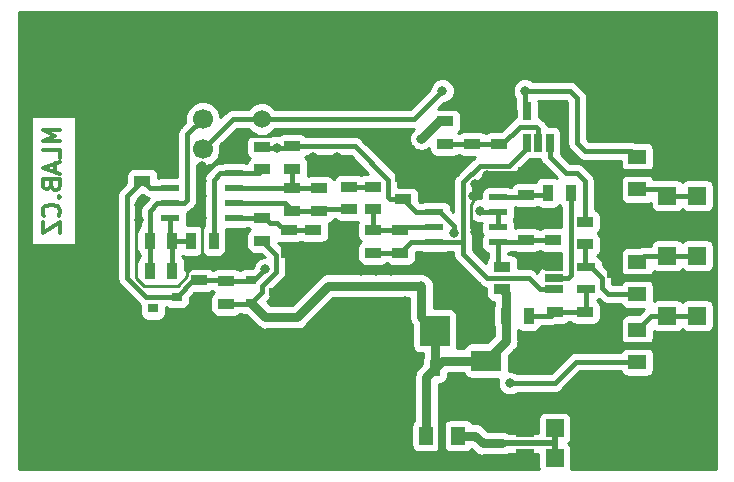
<source format=gbr>
G04 #@! TF.GenerationSoftware,KiCad,Pcbnew,(6.0.0-rc1-dev-205-gc0615c5ef)*
G04 #@! TF.CreationDate,2018-08-06T12:10:04+02:00*
G04 #@! TF.ProjectId,PCRD04B,504352443034422E6B696361645F7063,REV*
G04 #@! TF.SameCoordinates,Original*
G04 #@! TF.FileFunction,Copper,L2,Bot,Signal*
G04 #@! TF.FilePolarity,Positive*
%FSLAX46Y46*%
G04 Gerber Fmt 4.6, Leading zero omitted, Abs format (unit mm)*
G04 Created by KiCad (PCBNEW (6.0.0-rc1-dev-205-gc0615c5ef)) date 08/06/18 12:10:04*
%MOMM*%
%LPD*%
G01*
G04 APERTURE LIST*
G04 #@! TA.AperFunction,NonConductor*
%ADD10C,0.300000*%
G04 #@! TD*
G04 #@! TA.AperFunction,SMDPad,CuDef*
%ADD11R,1.397000X0.889000*%
G04 #@! TD*
G04 #@! TA.AperFunction,SMDPad,CuDef*
%ADD12R,3.800000X1.000000*%
G04 #@! TD*
G04 #@! TA.AperFunction,SMDPad,CuDef*
%ADD13R,3.300000X2.550000*%
G04 #@! TD*
G04 #@! TA.AperFunction,SMDPad,CuDef*
%ADD14R,1.000000X3.800000*%
G04 #@! TD*
G04 #@! TA.AperFunction,SMDPad,CuDef*
%ADD15R,2.550160X2.499360*%
G04 #@! TD*
G04 #@! TA.AperFunction,SMDPad,CuDef*
%ADD16R,0.889000X1.397000*%
G04 #@! TD*
G04 #@! TA.AperFunction,SMDPad,CuDef*
%ADD17R,2.499360X1.800860*%
G04 #@! TD*
G04 #@! TA.AperFunction,ComponentPad*
%ADD18R,1.524000X1.524000*%
G04 #@! TD*
G04 #@! TA.AperFunction,ComponentPad*
%ADD19C,6.000000*%
G04 #@! TD*
G04 #@! TA.AperFunction,SMDPad,CuDef*
%ADD20R,1.550000X0.600000*%
G04 #@! TD*
G04 #@! TA.AperFunction,SMDPad,CuDef*
%ADD21R,0.650000X1.560000*%
G04 #@! TD*
G04 #@! TA.AperFunction,SMDPad,CuDef*
%ADD22R,1.560000X0.650000*%
G04 #@! TD*
G04 #@! TA.AperFunction,SMDPad,CuDef*
%ADD23R,0.900000X0.800000*%
G04 #@! TD*
G04 #@! TA.AperFunction,ComponentPad*
%ADD24C,1.700000*%
G04 #@! TD*
G04 #@! TA.AperFunction,ComponentPad*
%ADD25C,1.524000*%
G04 #@! TD*
G04 #@! TA.AperFunction,SMDPad,CuDef*
%ADD26R,1.500000X1.300000*%
G04 #@! TD*
G04 #@! TA.AperFunction,SMDPad,CuDef*
%ADD27R,3.000000X0.700000*%
G04 #@! TD*
G04 #@! TA.AperFunction,SMDPad,CuDef*
%ADD28R,1.300000X1.500000*%
G04 #@! TD*
G04 #@! TA.AperFunction,SMDPad,CuDef*
%ADD29R,0.700000X3.000000*%
G04 #@! TD*
G04 #@! TA.AperFunction,ViaPad*
%ADD30C,0.800000*%
G04 #@! TD*
G04 #@! TA.AperFunction,Conductor*
%ADD31C,0.250000*%
G04 #@! TD*
G04 #@! TA.AperFunction,Conductor*
%ADD32C,0.400000*%
G04 #@! TD*
G04 #@! TA.AperFunction,Conductor*
%ADD33C,0.800000*%
G04 #@! TD*
G04 #@! TA.AperFunction,Conductor*
%ADD34C,0.500000*%
G04 #@! TD*
G04 #@! TA.AperFunction,Conductor*
%ADD35C,0.254000*%
G04 #@! TD*
G04 APERTURE END LIST*
D10*
X4488571Y29721428D02*
X2988571Y29721428D01*
X4060000Y29221428D01*
X2988571Y28721428D01*
X4488571Y28721428D01*
X4488571Y27292857D02*
X4488571Y28007142D01*
X2988571Y28007142D01*
X4060000Y26864285D02*
X4060000Y26150000D01*
X4488571Y27007142D02*
X2988571Y26507142D01*
X4488571Y26007142D01*
X3702857Y25007142D02*
X3774285Y24792857D01*
X3845714Y24721428D01*
X3988571Y24650000D01*
X4202857Y24650000D01*
X4345714Y24721428D01*
X4417142Y24792857D01*
X4488571Y24935714D01*
X4488571Y25507142D01*
X2988571Y25507142D01*
X2988571Y25007142D01*
X3060000Y24864285D01*
X3131428Y24792857D01*
X3274285Y24721428D01*
X3417142Y24721428D01*
X3560000Y24792857D01*
X3631428Y24864285D01*
X3702857Y25007142D01*
X3702857Y25507142D01*
X4345714Y24007142D02*
X4417142Y23935714D01*
X4488571Y24007142D01*
X4417142Y24078571D01*
X4345714Y24007142D01*
X4488571Y24007142D01*
X4345714Y22435714D02*
X4417142Y22507142D01*
X4488571Y22721428D01*
X4488571Y22864285D01*
X4417142Y23078571D01*
X4274285Y23221428D01*
X4131428Y23292857D01*
X3845714Y23364285D01*
X3631428Y23364285D01*
X3345714Y23292857D01*
X3202857Y23221428D01*
X3060000Y23078571D01*
X2988571Y22864285D01*
X2988571Y22721428D01*
X3060000Y22507142D01*
X3131428Y22435714D01*
X2988571Y21935714D02*
X2988571Y20935714D01*
X4488571Y21935714D01*
X4488571Y20935714D01*
D11*
G04 #@! TO.P,R12,1*
G04 #@! TO.N,Net-(C2-Pad1)*
X48895000Y20002500D03*
G04 #@! TO.P,R12,2*
G04 #@! TO.N,Net-(R12-Pad2)*
X48895000Y21907500D03*
G04 #@! TD*
D12*
G04 #@! TO.P,M6,1*
G04 #@! TO.N,GND*
X44385000Y37150000D03*
X38385000Y37150000D03*
X32385000Y37150000D03*
X26385000Y37150000D03*
X20385000Y37150000D03*
X14385000Y37150000D03*
X44385000Y6850000D03*
X38385000Y6850000D03*
X32385000Y6850000D03*
X26385000Y6850000D03*
X20385000Y6850000D03*
X14385000Y6850000D03*
D13*
X50135000Y36375000D03*
X8635000Y36375000D03*
X50135000Y7625000D03*
X8635000Y7625000D03*
D14*
X7485000Y13000000D03*
X7485000Y19000000D03*
X7485000Y25000000D03*
X7485000Y31000000D03*
X51285000Y13000000D03*
X51285000Y19000000D03*
X51285000Y25000000D03*
X51285000Y31000000D03*
G04 #@! TD*
D15*
G04 #@! TO.P,C1,2*
G04 #@! TO.N,GND*
X31130240Y12700000D03*
G04 #@! TO.P,C1,1*
G04 #@! TO.N,VCC*
X36179760Y12700000D03*
G04 #@! TD*
D11*
G04 #@! TO.P,C3,2*
G04 #@! TO.N,GND*
X11430000Y27305000D03*
G04 #@! TO.P,C3,1*
G04 #@! TO.N,/REF*
X11430000Y25400000D03*
G04 #@! TD*
D16*
G04 #@! TO.P,C4,2*
G04 #@! TO.N,GND*
X34290000Y9525000D03*
G04 #@! TO.P,C4,1*
G04 #@! TO.N,VCC*
X36195000Y9525000D03*
G04 #@! TD*
G04 #@! TO.P,C5,2*
G04 #@! TO.N,/A*
X12065000Y20320000D03*
G04 #@! TO.P,C5,1*
G04 #@! TO.N,Net-(C10-Pad2)*
X13970000Y20320000D03*
G04 #@! TD*
D11*
G04 #@! TO.P,C6,1*
G04 #@! TO.N,/VCC1*
X25908000Y21209000D03*
G04 #@! TO.P,C6,2*
G04 #@! TO.N,GND*
X25908000Y19304000D03*
G04 #@! TD*
G04 #@! TO.P,C7,1*
G04 #@! TO.N,/VCC2*
X46228000Y20383500D03*
G04 #@! TO.P,C7,2*
G04 #@! TO.N,GND*
X46228000Y22288500D03*
G04 #@! TD*
G04 #@! TO.P,C8,2*
G04 #@! TO.N,GND*
X39370000Y30416500D03*
G04 #@! TO.P,C8,1*
G04 #@! TO.N,/VCC3*
X39370000Y28511500D03*
G04 #@! TD*
G04 #@! TO.P,C9,1*
G04 #@! TO.N,/VCC4*
X46355000Y14287500D03*
G04 #@! TO.P,C9,2*
G04 #@! TO.N,GND*
X46355000Y12382500D03*
G04 #@! TD*
D16*
G04 #@! TO.P,C10,1*
G04 #@! TO.N,Net-(C10-Pad1)*
X17462500Y20320000D03*
G04 #@! TO.P,C10,2*
G04 #@! TO.N,Net-(C10-Pad2)*
X15557500Y20320000D03*
G04 #@! TD*
D11*
G04 #@! TO.P,C11,2*
G04 #@! TO.N,GND*
X23876000Y19304000D03*
G04 #@! TO.P,C11,1*
G04 #@! TO.N,/VCC1*
X23876000Y21209000D03*
G04 #@! TD*
G04 #@! TO.P,C12,2*
G04 #@! TO.N,GND*
X43942000Y22288500D03*
G04 #@! TO.P,C12,1*
G04 #@! TO.N,/VCC2*
X43942000Y20383500D03*
G04 #@! TD*
G04 #@! TO.P,C13,1*
G04 #@! TO.N,/VCC3*
X41656000Y28511500D03*
G04 #@! TO.P,C13,2*
G04 #@! TO.N,GND*
X41656000Y30416500D03*
G04 #@! TD*
G04 #@! TO.P,C14,2*
G04 #@! TO.N,GND*
X48895000Y12382500D03*
G04 #@! TO.P,C14,1*
G04 #@! TO.N,/VCC4*
X48895000Y14287500D03*
G04 #@! TD*
G04 #@! TO.P,C15,1*
G04 #@! TO.N,Net-(C15-Pad1)*
X26416000Y22860000D03*
G04 #@! TO.P,C15,2*
G04 #@! TO.N,Net-(C15-Pad2)*
X26416000Y24765000D03*
G04 #@! TD*
G04 #@! TO.P,C16,1*
G04 #@! TO.N,Net-(C16-Pad1)*
X28956000Y24892000D03*
G04 #@! TO.P,C16,2*
G04 #@! TO.N,Net-(C15-Pad1)*
X28956000Y22987000D03*
G04 #@! TD*
G04 #@! TO.P,C17,1*
G04 #@! TO.N,/REF*
X33528000Y23812500D03*
G04 #@! TO.P,C17,2*
G04 #@! TO.N,GND*
X33528000Y25717500D03*
G04 #@! TD*
G04 #@! TO.P,C18,1*
G04 #@! TO.N,Net-(C18-Pad1)*
X33274000Y19304000D03*
G04 #@! TO.P,C18,2*
G04 #@! TO.N,Net-(C18-Pad2)*
X33274000Y21209000D03*
G04 #@! TD*
G04 #@! TO.P,C19,1*
G04 #@! TO.N,Net-(C19-Pad1)*
X43942000Y24193500D03*
G04 #@! TO.P,C19,2*
G04 #@! TO.N,GND*
X43942000Y26098500D03*
G04 #@! TD*
D17*
G04 #@! TO.P,D1,2*
G04 #@! TO.N,GND*
X44543980Y10160000D03*
G04 #@! TO.P,D1,1*
G04 #@! TO.N,VCC*
X40546020Y10160000D03*
G04 #@! TD*
D18*
G04 #@! TO.P,J1,1*
G04 #@! TO.N,GND*
X48895000Y4445000D03*
G04 #@! TO.P,J1,2*
X48895000Y1905000D03*
G04 #@! TO.P,J1,3*
G04 #@! TO.N,Net-(C21-Pad3)*
X46355000Y4445000D03*
G04 #@! TO.P,J1,4*
X46355000Y1905000D03*
G04 #@! TO.P,J1,5*
G04 #@! TO.N,GND*
X43815000Y4445000D03*
G04 #@! TO.P,J1,6*
X43815000Y1905000D03*
G04 #@! TD*
G04 #@! TO.P,J2,2*
G04 #@! TO.N,GND*
X55880000Y21590000D03*
G04 #@! TO.P,J2,1*
X58420000Y21590000D03*
G04 #@! TD*
G04 #@! TO.P,J3,1*
G04 #@! TO.N,/#PeakDetect/Trace*
X58420000Y19050000D03*
G04 #@! TO.P,J3,2*
X55880000Y19050000D03*
G04 #@! TD*
G04 #@! TO.P,J4,2*
G04 #@! TO.N,GND*
X55880000Y16510000D03*
G04 #@! TO.P,J4,1*
X58420000Y16510000D03*
G04 #@! TD*
G04 #@! TO.P,J5,2*
G04 #@! TO.N,GND*
X55880000Y26670000D03*
G04 #@! TO.P,J5,1*
X58420000Y26670000D03*
G04 #@! TD*
G04 #@! TO.P,J6,1*
G04 #@! TO.N,/A/D*
X58420000Y24130000D03*
G04 #@! TO.P,J6,2*
X55880000Y24130000D03*
G04 #@! TD*
G04 #@! TO.P,J7,1*
G04 #@! TO.N,GND*
X58420000Y11430000D03*
G04 #@! TO.P,J7,2*
X55880000Y11430000D03*
G04 #@! TD*
D19*
G04 #@! TO.P,M1,1*
G04 #@! TO.N,GND*
X5080000Y35560000D03*
G04 #@! TD*
G04 #@! TO.P,M2,1*
G04 #@! TO.N,GND*
X55880000Y35560000D03*
G04 #@! TD*
G04 #@! TO.P,M3,1*
G04 #@! TO.N,GND*
X55880000Y5080000D03*
G04 #@! TD*
G04 #@! TO.P,M4,1*
G04 #@! TO.N,GND*
X5080000Y5080000D03*
G04 #@! TD*
D11*
G04 #@! TO.P,R2,2*
G04 #@! TO.N,VCC*
X21590000Y20320000D03*
G04 #@! TO.P,R2,1*
G04 #@! TO.N,/VCC1*
X21590000Y22225000D03*
G04 #@! TD*
G04 #@! TO.P,R3,1*
G04 #@! TO.N,/VCC2*
X41910000Y18097500D03*
G04 #@! TO.P,R3,2*
G04 #@! TO.N,VCC*
X41910000Y16192500D03*
G04 #@! TD*
G04 #@! TO.P,R4,1*
G04 #@! TO.N,/VCC3*
X37084000Y28511500D03*
G04 #@! TO.P,R4,2*
G04 #@! TO.N,VCC*
X37084000Y30416500D03*
G04 #@! TD*
D16*
G04 #@! TO.P,R5,2*
G04 #@! TO.N,VCC*
X42227500Y13970000D03*
G04 #@! TO.P,R5,1*
G04 #@! TO.N,/VCC4*
X44132500Y13970000D03*
G04 #@! TD*
G04 #@! TO.P,R6,1*
G04 #@! TO.N,Net-(C10-Pad2)*
X13970000Y17780000D03*
G04 #@! TO.P,R6,2*
G04 #@! TO.N,/A*
X12065000Y17780000D03*
G04 #@! TD*
D11*
G04 #@! TO.P,R7,2*
G04 #@! TO.N,Net-(C10-Pad1)*
X21590000Y26352500D03*
G04 #@! TO.P,R7,1*
G04 #@! TO.N,/REF*
X21590000Y28257500D03*
G04 #@! TD*
G04 #@! TO.P,R8,2*
G04 #@! TO.N,/REF*
X24130000Y28321000D03*
G04 #@! TO.P,R8,1*
G04 #@! TO.N,Net-(C15-Pad2)*
X24130000Y26416000D03*
G04 #@! TD*
G04 #@! TO.P,R9,2*
G04 #@! TO.N,Net-(C15-Pad2)*
X24130000Y24765000D03*
G04 #@! TO.P,R9,1*
G04 #@! TO.N,Net-(C15-Pad1)*
X24130000Y22860000D03*
G04 #@! TD*
G04 #@! TO.P,R10,2*
G04 #@! TO.N,Net-(C16-Pad1)*
X30988000Y24892000D03*
G04 #@! TO.P,R10,1*
G04 #@! TO.N,Net-(C18-Pad2)*
X30988000Y22987000D03*
G04 #@! TD*
G04 #@! TO.P,R11,2*
G04 #@! TO.N,Net-(C18-Pad2)*
X30988000Y21209000D03*
G04 #@! TO.P,R11,1*
G04 #@! TO.N,Net-(C18-Pad1)*
X30988000Y19304000D03*
G04 #@! TD*
D16*
G04 #@! TO.P,R13,2*
G04 #@! TO.N,Net-(R13-Pad2)*
X47688500Y24384000D03*
G04 #@! TO.P,R13,1*
G04 #@! TO.N,Net-(C19-Pad1)*
X45783500Y24384000D03*
G04 #@! TD*
D20*
G04 #@! TO.P,U1,8*
G04 #@! TO.N,/VCC1*
X19210000Y22225000D03*
G04 #@! TO.P,U1,7*
G04 #@! TO.N,Net-(C15-Pad1)*
X19210000Y23495000D03*
G04 #@! TO.P,U1,6*
G04 #@! TO.N,Net-(C15-Pad2)*
X19210000Y24765000D03*
G04 #@! TO.P,U1,5*
G04 #@! TO.N,Net-(C10-Pad1)*
X19210000Y26035000D03*
G04 #@! TO.P,U1,4*
G04 #@! TO.N,GND*
X13810000Y26035000D03*
G04 #@! TO.P,U1,3*
G04 #@! TO.N,/REF*
X13810000Y24765000D03*
G04 #@! TO.P,U1,2*
G04 #@! TO.N,/A*
X13810000Y23495000D03*
G04 #@! TO.P,U1,1*
G04 #@! TO.N,Net-(C10-Pad2)*
X13810000Y22225000D03*
G04 #@! TD*
G04 #@! TO.P,U2,1*
G04 #@! TO.N,Net-(C18-Pad1)*
X36162000Y20193000D03*
G04 #@! TO.P,U2,2*
G04 #@! TO.N,Net-(C18-Pad2)*
X36162000Y21463000D03*
G04 #@! TO.P,U2,3*
G04 #@! TO.N,/REF*
X36162000Y22733000D03*
G04 #@! TO.P,U2,4*
G04 #@! TO.N,GND*
X36162000Y24003000D03*
G04 #@! TO.P,U2,5*
G04 #@! TO.N,Net-(C19-Pad1)*
X41562000Y24003000D03*
G04 #@! TO.P,U2,6*
G04 #@! TO.N,Net-(C22-Pad1)*
X41562000Y22733000D03*
G04 #@! TO.P,U2,7*
X41562000Y21463000D03*
G04 #@! TO.P,U2,8*
G04 #@! TO.N,/VCC2*
X41562000Y20193000D03*
G04 #@! TD*
D21*
G04 #@! TO.P,U4,1*
G04 #@! TO.N,Net-(R12-Pad2)*
X45908000Y28622000D03*
G04 #@! TO.P,U4,2*
G04 #@! TO.N,/VCC3*
X44958000Y28622000D03*
G04 #@! TO.P,U4,3*
G04 #@! TO.N,Net-(C18-Pad1)*
X44008000Y28622000D03*
G04 #@! TO.P,U4,4*
G04 #@! TO.N,Net-(C22-Pad1)*
X44008000Y31322000D03*
G04 #@! TO.P,U4,5*
G04 #@! TO.N,GND*
X45908000Y31322000D03*
G04 #@! TD*
D22*
G04 #@! TO.P,U5,5*
G04 #@! TO.N,/VCC4*
X48975000Y16195000D03*
G04 #@! TO.P,U5,4*
G04 #@! TO.N,Net-(C2-Pad1)*
X48975000Y18095000D03*
G04 #@! TO.P,U5,3*
G04 #@! TO.N,GND*
X46275000Y18095000D03*
G04 #@! TO.P,U5,2*
G04 #@! TO.N,Net-(R13-Pad2)*
X46275000Y17145000D03*
G04 #@! TO.P,U5,1*
G04 #@! TO.N,Net-(C18-Pad1)*
X46275000Y16195000D03*
G04 #@! TD*
D11*
G04 #@! TO.P,C20,1*
G04 #@! TO.N,/REF*
X16256000Y16954500D03*
G04 #@! TO.P,C20,2*
G04 #@! TO.N,GND*
X16256000Y15049500D03*
G04 #@! TD*
G04 #@! TO.P,R15,2*
G04 #@! TO.N,VCC*
X18542000Y14986000D03*
G04 #@! TO.P,R15,1*
G04 #@! TO.N,/REF*
X18542000Y16891000D03*
G04 #@! TD*
D23*
G04 #@! TO.P,U3,3*
G04 #@! TO.N,GND*
X22606000Y16002000D03*
G04 #@! TO.P,U3,2*
G04 #@! TO.N,/REF*
X20606000Y16952000D03*
G04 #@! TO.P,U3,1*
G04 #@! TO.N,VCC*
X20606000Y15052000D03*
G04 #@! TD*
G04 #@! TO.P,U6,1*
G04 #@! TO.N,/REF*
X14335000Y15555000D03*
G04 #@! TO.P,U6,2*
G04 #@! TO.N,GND*
X14335000Y13655000D03*
G04 #@! TO.P,U6,3*
G04 #@! TO.N,N/C*
X12335000Y14605000D03*
G04 #@! TD*
D18*
G04 #@! TO.P,J11,1*
G04 #@! TO.N,Net-(C23-Pad3)*
X55880000Y13970000D03*
G04 #@! TO.P,J11,2*
X58420000Y13970000D03*
G04 #@! TD*
D24*
G04 #@! TO.P,D2,1*
G04 #@! TO.N,/K*
X16550000Y28100000D03*
G04 #@! TO.P,D2,2*
G04 #@! TO.N,/A*
X16550000Y30640000D03*
D25*
G04 #@! TO.P,D2,1*
G04 #@! TO.N,/K*
X21550000Y30640000D03*
G04 #@! TD*
D26*
G04 #@! TO.P,C2,1*
G04 #@! TO.N,Net-(C2-Pad1)*
X53340000Y15795000D03*
D27*
G04 #@! TO.P,C2,2*
G04 #@! TO.N,GND*
X53340000Y17145000D03*
D26*
G04 #@! TO.P,C2,3*
G04 #@! TO.N,/#PeakDetect/Trace*
X53340000Y18495000D03*
G04 #@! TD*
D28*
G04 #@! TO.P,C21,1*
G04 #@! TO.N,VCC*
X35480000Y3810000D03*
D29*
G04 #@! TO.P,C21,2*
G04 #@! TO.N,GND*
X36830000Y3810000D03*
D28*
G04 #@! TO.P,C21,3*
G04 #@! TO.N,Net-(C21-Pad3)*
X38180000Y3810000D03*
G04 #@! TD*
D26*
G04 #@! TO.P,C22,3*
G04 #@! TO.N,/A/D*
X53340000Y24685000D03*
D27*
G04 #@! TO.P,C22,2*
G04 #@! TO.N,GND*
X53340000Y26035000D03*
D26*
G04 #@! TO.P,C22,1*
G04 #@! TO.N,Net-(C22-Pad1)*
X53340000Y27385000D03*
G04 #@! TD*
G04 #@! TO.P,C23,3*
G04 #@! TO.N,Net-(C23-Pad3)*
X53340000Y12780000D03*
D27*
G04 #@! TO.P,C23,2*
G04 #@! TO.N,GND*
X53340000Y11430000D03*
D26*
G04 #@! TO.P,C23,1*
G04 #@! TO.N,/REF*
X53340000Y10080000D03*
G04 #@! TD*
D30*
G04 #@! TO.N,GND*
X32385000Y1905000D03*
X33655000Y1905000D03*
X34925000Y1905000D03*
X36830000Y1905000D03*
X33655000Y12065000D03*
X33655000Y13970000D03*
X33655000Y15240000D03*
X36830000Y15240000D03*
X26670000Y17780000D03*
X25400000Y17780000D03*
X24130000Y17780000D03*
X40170000Y13970000D03*
X38570000Y13970000D03*
X38570000Y12065000D03*
X40170000Y12303602D03*
X50165000Y26670000D03*
X52705000Y20320000D03*
X50800000Y20320000D03*
X51435000Y22860000D03*
X34290000Y34290000D03*
X33655000Y32385000D03*
X31750000Y32385000D03*
X31750000Y34290000D03*
X46355000Y34290000D03*
X45085000Y34290000D03*
X42545000Y34290000D03*
X41910000Y32385000D03*
X40640000Y32385000D03*
X38735000Y32385000D03*
X24765000Y32385000D03*
X23495000Y32385000D03*
X19685000Y32385000D03*
X17780000Y32385000D03*
X15875000Y32385000D03*
X13970000Y31750000D03*
X13970000Y29210000D03*
X13970000Y27305000D03*
X12700000Y27305000D03*
X50165000Y5080000D03*
X41970002Y5080000D03*
X41970002Y6350000D03*
X32385000Y3810000D03*
X32385000Y5080000D03*
X31115000Y8890000D03*
X31115000Y10795000D03*
X32385000Y10795000D03*
X32385000Y8890000D03*
X46355000Y10160000D03*
X43815000Y12065000D03*
X11430000Y12700000D03*
X13335000Y12700000D03*
X27305000Y13970000D03*
X26035000Y12065000D03*
X23495000Y11430000D03*
X20955000Y11430000D03*
X19685000Y12700000D03*
X17780000Y12700000D03*
X15875000Y12700000D03*
X19050000Y20320000D03*
X20320000Y18415000D03*
X18415000Y18415000D03*
X16510000Y18415000D03*
X16510000Y22225000D03*
X16510000Y24130000D03*
X16510000Y25400000D03*
X16509457Y26650565D03*
X19685000Y27940000D03*
X18415000Y27940000D03*
X19685000Y29210000D03*
X32385000Y29210000D03*
X31115000Y28575000D03*
X32385000Y27305000D03*
X36830000Y26670000D03*
X38100000Y26670000D03*
X39618186Y25151814D03*
X45085000Y26670000D03*
X39408000Y24130000D03*
X40640000Y25870000D03*
X43815000Y18415000D03*
X45085000Y18415000D03*
X45720000Y26035000D03*
X28829000Y20574000D03*
X28829000Y19304000D03*
X44958000Y22352000D03*
X36830000Y17907000D03*
X36830000Y18796000D03*
X32512000Y17780000D03*
X31242000Y17780000D03*
X29972000Y17780000D03*
X28829000Y18034000D03*
X36957000Y25273000D03*
X36052000Y25273000D03*
X11176000Y22098000D03*
X11176000Y23368000D03*
X15494000Y18542000D03*
X8382000Y26416000D03*
X8890000Y24384000D03*
X27940000Y27432000D03*
X25908000Y27432000D03*
X25908000Y26162000D03*
X27940000Y26162000D03*
X39624000Y21082000D03*
X39878000Y19558000D03*
X52324000Y29464000D03*
X50546000Y29210000D03*
X54356000Y29210000D03*
G04 #@! TO.N,VCC*
X35052000Y16510000D03*
X35052000Y28956000D03*
G04 #@! TO.N,/K*
X36830000Y33020000D03*
G04 #@! TO.N,/REF*
X21853064Y17904435D03*
X37803696Y20993000D03*
X42545000Y8255000D03*
X22860000Y28194000D03*
G04 #@! TO.N,Net-(C22-Pad1)*
X43815000Y33020000D03*
X40005000Y22860000D03*
G04 #@! TD*
D31*
G04 #@! TO.N,GND*
X33655000Y1905000D02*
X32385000Y1905000D01*
X36830000Y1905000D02*
X34925000Y1905000D01*
X33655000Y13970000D02*
X33655000Y12065000D01*
X32385000Y13970000D02*
X33655000Y15240000D01*
X27305000Y13970000D02*
X32385000Y13970000D01*
X25400000Y17780000D02*
X26670000Y17780000D01*
X22606000Y16256000D02*
X24130000Y17780000D01*
X22606000Y16002000D02*
X22606000Y16256000D01*
X38570000Y13970000D02*
X40170000Y13970000D01*
X38808602Y12303602D02*
X38570000Y12065000D01*
X40170000Y12303602D02*
X38808602Y12303602D01*
X50800000Y26035000D02*
X50165000Y26670000D01*
X53340000Y26035000D02*
X50800000Y26035000D01*
X50800000Y20320000D02*
X52705000Y20320000D01*
X51285000Y23010000D02*
X51435000Y22860000D01*
X51285000Y25000000D02*
X51285000Y23010000D01*
X31750000Y32385000D02*
X33655000Y32385000D01*
X32385000Y34925000D02*
X31750000Y34290000D01*
X32385000Y37150000D02*
X32385000Y34925000D01*
X45085000Y34290000D02*
X46355000Y34290000D01*
X41910000Y33655000D02*
X42545000Y34290000D01*
X41910000Y32385000D02*
X41910000Y33655000D01*
X38735000Y32385000D02*
X40640000Y32385000D01*
X23495000Y32385000D02*
X24765000Y32385000D01*
X17780000Y32385000D02*
X19685000Y32385000D01*
X15240000Y31750000D02*
X15875000Y32385000D01*
X13970000Y31750000D02*
X15240000Y31750000D01*
X13970000Y27305000D02*
X13970000Y29210000D01*
X14385000Y28990000D02*
X12700000Y27305000D01*
X14385000Y37150000D02*
X14385000Y28990000D01*
X50135000Y5110000D02*
X50165000Y5080000D01*
X50135000Y7625000D02*
X50135000Y5110000D01*
X41470002Y6850000D02*
X41970002Y6350000D01*
X38385000Y6850000D02*
X41470002Y6850000D01*
X32385000Y6850000D02*
X32385000Y5080000D01*
X32385000Y10795000D02*
X31115000Y10795000D01*
X32385000Y6850000D02*
X32385000Y8890000D01*
X44543980Y10160000D02*
X46355000Y10160000D01*
X44543980Y11336020D02*
X43815000Y12065000D01*
X44543980Y10160000D02*
X44543980Y11336020D01*
X13335000Y12700000D02*
X11430000Y12700000D01*
X26035000Y12700000D02*
X27305000Y13970000D01*
X26035000Y12065000D02*
X26035000Y12700000D01*
X20955000Y11430000D02*
X23495000Y11430000D01*
X17780000Y12700000D02*
X19685000Y12700000D01*
X16256000Y13081000D02*
X15875000Y12700000D01*
X16256000Y15049500D02*
X16256000Y13081000D01*
X16510000Y18415000D02*
X16510000Y22225000D01*
X20320000Y19050000D02*
X19050000Y20320000D01*
X20320000Y18415000D02*
X20320000Y19050000D01*
X16510000Y18415000D02*
X18415000Y18415000D01*
X16510000Y24130000D02*
X16510000Y22225000D01*
X16509457Y25400543D02*
X16510000Y25400000D01*
X16509457Y26650565D02*
X16509457Y25400543D01*
X18415000Y27940000D02*
X19685000Y27940000D01*
X22225000Y29210000D02*
X19685000Y29210000D01*
X22567999Y29552999D02*
X22225000Y29210000D01*
X31115000Y28575000D02*
X30137001Y29552999D01*
X30137001Y29552999D02*
X22567999Y29552999D01*
D32*
X31750000Y28575000D02*
X32385000Y29210000D01*
X31115000Y28575000D02*
X31750000Y28575000D01*
X33528000Y26162000D02*
X32385000Y27305000D01*
X33528000Y25717500D02*
X33528000Y26162000D01*
X36957000Y25527000D02*
X38100000Y26670000D01*
X36957000Y25273000D02*
X36957000Y25527000D01*
X45720000Y26035000D02*
X45085000Y26670000D01*
X40805000Y26035000D02*
X40640000Y25870000D01*
X45720000Y26035000D02*
X40805000Y26035000D01*
X45405000Y18095000D02*
X45085000Y18415000D01*
X46275000Y18095000D02*
X45405000Y18095000D01*
X45656500Y26098500D02*
X45720000Y26035000D01*
X43942000Y26098500D02*
X45656500Y26098500D01*
X28829000Y18034000D02*
X28829000Y19304000D01*
D31*
X45021500Y22288500D02*
X44958000Y22352000D01*
X46228000Y22288500D02*
X45021500Y22288500D01*
X35814000Y17780000D02*
X36830000Y18796000D01*
X32512000Y17780000D02*
X35814000Y17780000D01*
X29972000Y17780000D02*
X31242000Y17780000D01*
X27559000Y19304000D02*
X28829000Y18034000D01*
X25908000Y19304000D02*
X27559000Y19304000D01*
X36162000Y25163000D02*
X36052000Y25273000D01*
X36162000Y24003000D02*
X36162000Y25163000D01*
X15944315Y18415000D02*
X15817315Y18288000D01*
X16510000Y18415000D02*
X15944315Y18415000D01*
X15232499Y17314497D02*
X14428002Y16510000D01*
X15817315Y18288000D02*
X15232499Y17703184D01*
X15232499Y17703184D02*
X15232499Y17314497D01*
X14428002Y16510000D02*
X11537476Y16510000D01*
X11537476Y16510000D02*
X10922000Y17125476D01*
X10922000Y21844000D02*
X11176000Y22098000D01*
X10922000Y18542000D02*
X10922000Y21844000D01*
X10922000Y18542000D02*
X10922000Y23368000D01*
X10922000Y17125476D02*
X10922000Y18542000D01*
X16510000Y18415000D02*
X15621000Y18415000D01*
X15621000Y18415000D02*
X15494000Y18542000D01*
X8382000Y26416000D02*
X8382000Y24892000D01*
X8382000Y24892000D02*
X8890000Y24384000D01*
X27940000Y27432000D02*
X25908000Y27432000D01*
X25908000Y26162000D02*
X27940000Y26162000D01*
X39279999Y21426001D02*
X39624000Y21082000D01*
X39279999Y23436314D02*
X39279999Y21426001D01*
X39408000Y24130000D02*
X39408000Y23564315D01*
X39408000Y23564315D02*
X39279999Y23436314D01*
X53153251Y28634749D02*
X52324000Y29464000D01*
X54356000Y29210000D02*
X53153251Y28634749D01*
D32*
G04 #@! TO.N,VCC*
X21590000Y20320000D02*
X22777499Y19132501D01*
X22777499Y19132501D02*
X22777499Y17697499D01*
X22777499Y17697499D02*
X21590000Y16510000D01*
X21590000Y16510000D02*
X21590000Y15986000D01*
D33*
X42227500Y13970000D02*
X42227500Y15875000D01*
X42227500Y15875000D02*
X41910000Y16192500D01*
X42227500Y13970000D02*
X42227500Y11841480D01*
X42227500Y11841480D02*
X40546020Y10160000D01*
X35052000Y16510000D02*
X35052000Y13827760D01*
X35052000Y13827760D02*
X36179760Y12700000D01*
X40546020Y10160000D02*
X36830000Y10160000D01*
X36830000Y10160000D02*
X36195000Y9525000D01*
X36195000Y9525000D02*
X36195000Y12684760D01*
X36195000Y12684760D02*
X36179760Y12700000D01*
X35480000Y3810000D02*
X35480000Y8810000D01*
X35480000Y8810000D02*
X36195000Y9525000D01*
X35052000Y16510000D02*
X27178000Y16510000D01*
X36512500Y30416500D02*
X35052000Y28956000D01*
X37084000Y30416500D02*
X36512500Y30416500D01*
X27178000Y16510000D02*
X24520000Y13852000D01*
X24520000Y13852000D02*
X21856000Y13852000D01*
X21856000Y13852000D02*
X20656000Y15052000D01*
X20656000Y15052000D02*
X20606000Y15052000D01*
D32*
X20656000Y15052000D02*
X21590000Y15986000D01*
X18542000Y14986000D02*
X20540000Y14986000D01*
X20540000Y14986000D02*
X20606000Y15052000D01*
G04 #@! TO.N,Net-(C10-Pad2)*
X15557500Y20320000D02*
X13970000Y20320000D01*
X13810000Y22225000D02*
X13810000Y20480000D01*
X13810000Y20480000D02*
X13970000Y20320000D01*
X13970000Y17780000D02*
X13970000Y20320000D01*
G04 #@! TO.N,/VCC1*
X23876000Y21209000D02*
X25908000Y21209000D01*
X21590000Y22225000D02*
X21844000Y22225000D01*
X21844000Y22225000D02*
X22225000Y21844000D01*
X22225000Y21844000D02*
X22860000Y21844000D01*
X23495000Y21209000D02*
X22860000Y21844000D01*
X23876000Y21209000D02*
X23495000Y21209000D01*
X19210000Y22225000D02*
X21590000Y22225000D01*
G04 #@! TO.N,/VCC2*
X41562000Y20193000D02*
X41562000Y18445500D01*
X41562000Y18445500D02*
X41910000Y18097500D01*
X43942000Y20383500D02*
X46228000Y20383500D01*
X41562000Y20193000D02*
X43751500Y20193000D01*
X43751500Y20193000D02*
X43942000Y20383500D01*
G04 #@! TO.N,/VCC3*
X44958000Y28622000D02*
X44958000Y29802000D01*
X44958000Y29802000D02*
X44788000Y29972000D01*
X43370500Y29972000D02*
X44788000Y29972000D01*
X41656000Y28511500D02*
X41910000Y28511500D01*
X41910000Y28511500D02*
X43370500Y29972000D01*
X39370000Y28511500D02*
X41656000Y28511500D01*
X37084000Y28511500D02*
X39370000Y28511500D01*
G04 #@! TO.N,/VCC4*
X44132500Y13970000D02*
X46037500Y13970000D01*
X46037500Y13970000D02*
X46355000Y14287500D01*
X46355000Y14287500D02*
X48895000Y14287500D01*
X48975000Y16195000D02*
X48975000Y14367500D01*
X48975000Y14367500D02*
X48895000Y14287500D01*
G04 #@! TO.N,Net-(C10-Pad1)*
X17462500Y20320000D02*
X17462500Y25462500D01*
X17462500Y25462500D02*
X18035000Y26035000D01*
X19210000Y26035000D02*
X18035000Y26035000D01*
X19210000Y26035000D02*
X21272500Y26035000D01*
X21272500Y26035000D02*
X21590000Y26352500D01*
G04 #@! TO.N,Net-(C15-Pad1)*
X19210000Y23495000D02*
X23495000Y23495000D01*
X23495000Y23495000D02*
X24130000Y22860000D01*
X26416000Y22860000D02*
X24130000Y22860000D01*
X28956000Y22987000D02*
X26543000Y22987000D01*
X26543000Y22987000D02*
X26416000Y22860000D01*
G04 #@! TO.N,Net-(C15-Pad2)*
X24130000Y24765000D02*
X26416000Y24765000D01*
X24130000Y24765000D02*
X24130000Y26416000D01*
X19210000Y24765000D02*
X24130000Y24765000D01*
G04 #@! TO.N,Net-(C16-Pad1)*
X28956000Y24892000D02*
X30988000Y24892000D01*
G04 #@! TO.N,Net-(C18-Pad1)*
X40005000Y26670000D02*
X38608000Y25273000D01*
X38608000Y25273000D02*
X38608000Y24130000D01*
X42511000Y26670000D02*
X40005000Y26670000D01*
X44008000Y28167000D02*
X42511000Y26670000D01*
X38608000Y20320000D02*
X38608000Y24130000D01*
X38608000Y19177000D02*
X38608000Y20320000D01*
X37973000Y20193000D02*
X38481000Y20193000D01*
X38481000Y20193000D02*
X38608000Y20320000D01*
X40640000Y17145000D02*
X39370000Y18415000D01*
X39370000Y18415000D02*
X38608000Y19177000D01*
X36162000Y20193000D02*
X37973000Y20193000D01*
X44145000Y17145000D02*
X40640000Y17145000D01*
X45095000Y16195000D02*
X44145000Y17145000D01*
X46275000Y16195000D02*
X45095000Y16195000D01*
X44008000Y28167000D02*
X44008000Y28622000D01*
X30988000Y19304000D02*
X33274000Y19304000D01*
X36162000Y20193000D02*
X34163000Y20193000D01*
X34163000Y20193000D02*
X33274000Y19304000D01*
G04 #@! TO.N,Net-(C18-Pad2)*
X36162000Y21463000D02*
X33528000Y21463000D01*
X33528000Y21463000D02*
X33274000Y21209000D01*
X30988000Y21209000D02*
X33274000Y21209000D01*
X30988000Y22987000D02*
X30988000Y21209000D01*
G04 #@! TO.N,Net-(C19-Pad1)*
X43942000Y24193500D02*
X45593000Y24193500D01*
X45593000Y24193500D02*
X45783500Y24384000D01*
X41562000Y24003000D02*
X43751500Y24003000D01*
X43751500Y24003000D02*
X43942000Y24193500D01*
G04 #@! TO.N,/#PeakDetect/Trace*
X55880000Y19050000D02*
X53895000Y19050000D01*
X53895000Y19050000D02*
X53340000Y18495000D01*
X58420000Y19050000D02*
X55880000Y19050000D01*
G04 #@! TO.N,/A/D*
X55880000Y24130000D02*
X58420000Y24130000D01*
X53340000Y24685000D02*
X55325000Y24685000D01*
X55325000Y24685000D02*
X55880000Y24130000D01*
G04 #@! TO.N,Net-(R12-Pad2)*
X45908000Y27442000D02*
X47315000Y26035000D01*
X45908000Y28622000D02*
X45908000Y27442000D01*
X47315000Y26035000D02*
X48260000Y26035000D01*
X48260000Y26035000D02*
X48895000Y25400000D01*
X48895000Y25400000D02*
X48895000Y21907500D01*
G04 #@! TO.N,Net-(R13-Pad2)*
X47688500Y24384000D02*
X47688500Y17378500D01*
X47688500Y17378500D02*
X47455000Y17145000D01*
X47455000Y17145000D02*
X46275000Y17145000D01*
G04 #@! TO.N,Net-(C2-Pad1)*
X50384999Y16290001D02*
X50880000Y15795000D01*
X50880000Y15795000D02*
X53340000Y15795000D01*
X49430000Y18095000D02*
X50384999Y17140001D01*
X48975000Y18095000D02*
X49430000Y18095000D01*
X50384999Y17140001D02*
X50384999Y16290001D01*
X48895000Y20002500D02*
X48895000Y18175000D01*
X48895000Y18175000D02*
X48975000Y18095000D01*
G04 #@! TO.N,/A*
X12065000Y17780000D02*
X12065000Y20320000D01*
X12700000Y23495000D02*
X12065000Y22860000D01*
X13810000Y23495000D02*
X12700000Y23495000D01*
X12065000Y22860000D02*
X12065000Y20320000D01*
X14985000Y23495000D02*
X15240000Y23750000D01*
X13810000Y23495000D02*
X14985000Y23495000D01*
X15240000Y23750000D02*
X15240000Y29330000D01*
X15240000Y29330000D02*
X16550000Y30640000D01*
G04 #@! TO.N,/K*
X16550000Y28100000D02*
X19090000Y30640000D01*
X19090000Y30640000D02*
X21550000Y30640000D01*
X21550000Y30640000D02*
X34450000Y30640000D01*
X34450000Y30640000D02*
X36830000Y33020000D01*
G04 #@! TO.N,/REF*
X20900629Y16952000D02*
X21853064Y17904435D01*
X20606000Y16952000D02*
X20900629Y16952000D01*
X36637000Y22733000D02*
X37803696Y21566304D01*
X36162000Y22733000D02*
X36637000Y22733000D01*
X37803696Y21566304D02*
X37803696Y20993000D01*
X16256000Y16954500D02*
X15734500Y16954500D01*
X15734500Y16954500D02*
X14335000Y15555000D01*
X10160000Y24130000D02*
X10160000Y17145000D01*
X11430000Y25400000D02*
X10160000Y24130000D01*
X10160000Y17145000D02*
X11750000Y15555000D01*
X11750000Y15555000D02*
X14335000Y15555000D01*
X53340000Y10080000D02*
X48180000Y10080000D01*
X48180000Y10080000D02*
X46355000Y8255000D01*
X46355000Y8255000D02*
X42545000Y8255000D01*
X32258000Y23984000D02*
X32258000Y25485002D01*
X32258000Y25485002D02*
X29422002Y28321000D01*
X29422002Y28321000D02*
X25228500Y28321000D01*
X25228500Y28321000D02*
X24130000Y28321000D01*
X33528000Y23812500D02*
X32429500Y23812500D01*
X32429500Y23812500D02*
X32258000Y23984000D01*
X36162000Y22733000D02*
X34607500Y22733000D01*
X34607500Y22733000D02*
X33528000Y23812500D01*
X18542000Y16891000D02*
X20545000Y16891000D01*
X20545000Y16891000D02*
X20606000Y16952000D01*
X16256000Y16954500D02*
X18478500Y16954500D01*
X18478500Y16954500D02*
X18542000Y16891000D01*
X22860000Y28194000D02*
X24003000Y28194000D01*
X24003000Y28194000D02*
X24130000Y28321000D01*
X22860000Y28194000D02*
X21653500Y28194000D01*
X21653500Y28194000D02*
X21590000Y28257500D01*
X12446000Y24765000D02*
X12065000Y24765000D01*
X13810000Y24765000D02*
X12446000Y24765000D01*
X12065000Y24765000D02*
X11430000Y25400000D01*
D34*
G04 #@! TO.N,Net-(C21-Pad3)*
X46355000Y3175000D02*
X41910000Y3175000D01*
D33*
X38180000Y3810000D02*
X39630000Y3810000D01*
X39630000Y3810000D02*
X40265000Y3175000D01*
X40265000Y3175000D02*
X41910000Y3175000D01*
D34*
X46355000Y1905000D02*
X46355000Y4445000D01*
D32*
X46355000Y1905000D02*
X46355000Y3175000D01*
X46355000Y3175000D02*
X46355000Y4445000D01*
G04 #@! TO.N,Net-(C22-Pad1)*
X47625000Y33020000D02*
X48260000Y32385000D01*
X43815000Y33020000D02*
X47625000Y33020000D01*
X48260000Y32385000D02*
X48260000Y28575000D01*
X48260000Y28575000D02*
X48895000Y27940000D01*
X48895000Y27940000D02*
X52785000Y27940000D01*
X52785000Y27940000D02*
X53340000Y27385000D01*
X43815000Y33020000D02*
X43815000Y31515000D01*
X43815000Y31515000D02*
X44008000Y31322000D01*
X40132000Y22733000D02*
X40005000Y22860000D01*
X41562000Y22733000D02*
X40132000Y22733000D01*
X41562000Y21463000D02*
X41562000Y22733000D01*
G04 #@! TO.N,Net-(C23-Pad3)*
X55880000Y13970000D02*
X54530000Y13970000D01*
X54530000Y13970000D02*
X53340000Y12780000D01*
X58420000Y13970000D02*
X55880000Y13970000D01*
G04 #@! TD*
D35*
G04 #@! TO.N,GND*
G36*
X59971000Y989000D02*
X47733808Y989000D01*
X47764440Y1143000D01*
X47764440Y2667000D01*
X47715157Y2914765D01*
X47574809Y3124809D01*
X47499693Y3175000D01*
X47574809Y3225191D01*
X47715157Y3435235D01*
X47764440Y3683000D01*
X47764440Y5207000D01*
X47715157Y5454765D01*
X47574809Y5664809D01*
X47364765Y5805157D01*
X47117000Y5854440D01*
X45593000Y5854440D01*
X45345235Y5805157D01*
X45135191Y5664809D01*
X44994843Y5454765D01*
X44945560Y5207000D01*
X44945560Y4060000D01*
X42448454Y4060000D01*
X42313837Y4149948D01*
X42011935Y4210000D01*
X40693710Y4210000D01*
X40433937Y4469773D01*
X40376193Y4556193D01*
X40033837Y4784948D01*
X39731935Y4845000D01*
X39731934Y4845000D01*
X39630000Y4865276D01*
X39528066Y4845000D01*
X39403277Y4845000D01*
X39287809Y5017809D01*
X39077765Y5158157D01*
X38830000Y5207440D01*
X37530000Y5207440D01*
X37282235Y5158157D01*
X37072191Y5017809D01*
X36931843Y4807765D01*
X36882560Y4560000D01*
X36882560Y3060000D01*
X36931843Y2812235D01*
X37072191Y2602191D01*
X37282235Y2461843D01*
X37530000Y2412560D01*
X38830000Y2412560D01*
X39077765Y2461843D01*
X39287809Y2602191D01*
X39322372Y2653918D01*
X39461063Y2515227D01*
X39518807Y2428807D01*
X39861163Y2200052D01*
X40265000Y2119724D01*
X40366934Y2140000D01*
X42011935Y2140000D01*
X42313837Y2200052D01*
X42448454Y2290000D01*
X44945560Y2290000D01*
X44945560Y1143000D01*
X44976192Y989000D01*
X989000Y989000D01*
X989000Y30863572D01*
X2020000Y30863572D01*
X2020000Y19936429D01*
X5840000Y19936429D01*
X5840000Y24130000D01*
X9308643Y24130000D01*
X9325000Y24047767D01*
X9325001Y17227238D01*
X9308643Y17145000D01*
X9373448Y16819200D01*
X9481092Y16658100D01*
X9558000Y16542999D01*
X9627718Y16496415D01*
X11101415Y15022717D01*
X11147999Y14952999D01*
X11237560Y14893156D01*
X11237560Y14205000D01*
X11286843Y13957235D01*
X11427191Y13747191D01*
X11637235Y13606843D01*
X11885000Y13557560D01*
X12785000Y13557560D01*
X13032765Y13606843D01*
X13242809Y13747191D01*
X13383157Y13957235D01*
X13432440Y14205000D01*
X13432440Y14693684D01*
X13637235Y14556843D01*
X13885000Y14507560D01*
X14785000Y14507560D01*
X15032765Y14556843D01*
X15242809Y14697191D01*
X15383157Y14907235D01*
X15432440Y15155000D01*
X15432440Y15471573D01*
X15823428Y15862560D01*
X16954500Y15862560D01*
X17202265Y15911843D01*
X17364574Y16020295D01*
X17385691Y15988691D01*
X17460807Y15938500D01*
X17385691Y15888309D01*
X17245343Y15678265D01*
X17196060Y15430500D01*
X17196060Y14541500D01*
X17245343Y14293735D01*
X17385691Y14083691D01*
X17595735Y13943343D01*
X17843500Y13894060D01*
X19240500Y13894060D01*
X19488265Y13943343D01*
X19698309Y14083691D01*
X19743284Y14151000D01*
X19762830Y14151000D01*
X19908235Y14053843D01*
X20156000Y14004560D01*
X20239730Y14004560D01*
X21052065Y13192224D01*
X21109807Y13105807D01*
X21275564Y12995052D01*
X21452163Y12877052D01*
X21855999Y12796724D01*
X21957934Y12817000D01*
X24418066Y12817000D01*
X24520000Y12796724D01*
X24621934Y12817000D01*
X24621935Y12817000D01*
X24923837Y12877052D01*
X25266193Y13105807D01*
X25323937Y13192227D01*
X27606711Y15475000D01*
X34017000Y15475000D01*
X34017001Y13929699D01*
X33996724Y13827760D01*
X34077052Y13423924D01*
X34145546Y13321416D01*
X34257240Y13154254D01*
X34257240Y11450320D01*
X34306523Y11202555D01*
X34446871Y10992511D01*
X34656915Y10852163D01*
X34904680Y10802880D01*
X35160000Y10802880D01*
X35160000Y10482725D01*
X35152343Y10471265D01*
X35103060Y10223500D01*
X35103060Y9896770D01*
X34820225Y9613935D01*
X34733808Y9556193D01*
X34676066Y9469776D01*
X34505052Y9213836D01*
X34424724Y8810000D01*
X34445001Y8708061D01*
X34445000Y5066459D01*
X34372191Y5017809D01*
X34231843Y4807765D01*
X34182560Y4560000D01*
X34182560Y3060000D01*
X34231843Y2812235D01*
X34372191Y2602191D01*
X34582235Y2461843D01*
X34830000Y2412560D01*
X36130000Y2412560D01*
X36377765Y2461843D01*
X36587809Y2602191D01*
X36728157Y2812235D01*
X36777440Y3060000D01*
X36777440Y4560000D01*
X36728157Y4807765D01*
X36587809Y5017809D01*
X36515000Y5066459D01*
X36515000Y8179060D01*
X36639500Y8179060D01*
X36887265Y8228343D01*
X37097309Y8368691D01*
X37237657Y8578735D01*
X37286940Y8826500D01*
X37286940Y9125000D01*
X38675667Y9125000D01*
X38698183Y9011805D01*
X38838531Y8801761D01*
X39048575Y8661413D01*
X39296340Y8612130D01*
X41572652Y8612130D01*
X41510000Y8460874D01*
X41510000Y8049126D01*
X41667569Y7668720D01*
X41958720Y7377569D01*
X42339126Y7220000D01*
X42750874Y7220000D01*
X43131280Y7377569D01*
X43173711Y7420000D01*
X46272767Y7420000D01*
X46355000Y7403643D01*
X46437233Y7420000D01*
X46437237Y7420000D01*
X46680801Y7468448D01*
X46957001Y7652999D01*
X47003587Y7722720D01*
X48525868Y9245000D01*
X51979358Y9245000D01*
X51991843Y9182235D01*
X52132191Y8972191D01*
X52342235Y8831843D01*
X52590000Y8782560D01*
X54090000Y8782560D01*
X54337765Y8831843D01*
X54547809Y8972191D01*
X54688157Y9182235D01*
X54737440Y9430000D01*
X54737440Y10730000D01*
X54688157Y10977765D01*
X54547809Y11187809D01*
X54337765Y11328157D01*
X54090000Y11377440D01*
X52590000Y11377440D01*
X52342235Y11328157D01*
X52132191Y11187809D01*
X51991843Y10977765D01*
X51979358Y10915000D01*
X48262237Y10915000D01*
X48180000Y10931358D01*
X48097763Y10915000D01*
X47854199Y10866552D01*
X47577999Y10682001D01*
X47531415Y10612283D01*
X46009133Y9090000D01*
X43173711Y9090000D01*
X43131280Y9132431D01*
X42750874Y9290000D01*
X42443140Y9290000D01*
X42443140Y10593409D01*
X42887276Y11037545D01*
X42973693Y11095287D01*
X43202448Y11437643D01*
X43262500Y11739545D01*
X43282776Y11841480D01*
X43262500Y11943414D01*
X43262500Y12792103D01*
X43440235Y12673343D01*
X43688000Y12624060D01*
X44577000Y12624060D01*
X44824765Y12673343D01*
X45034809Y12813691D01*
X45175157Y13023735D01*
X45197289Y13135000D01*
X45955267Y13135000D01*
X46037500Y13118643D01*
X46119733Y13135000D01*
X46119737Y13135000D01*
X46363301Y13183448D01*
X46381428Y13195560D01*
X47053500Y13195560D01*
X47301265Y13244843D01*
X47511309Y13385191D01*
X47556284Y13452500D01*
X47693716Y13452500D01*
X47738691Y13385191D01*
X47948735Y13244843D01*
X48196500Y13195560D01*
X49593500Y13195560D01*
X49841265Y13244843D01*
X50051309Y13385191D01*
X50191657Y13595235D01*
X50240940Y13843000D01*
X50240940Y14732000D01*
X50191657Y14979765D01*
X50051309Y15189809D01*
X49945565Y15260465D01*
X50002765Y15271843D01*
X50134360Y15359773D01*
X50231413Y15262720D01*
X50277999Y15192999D01*
X50554199Y15008448D01*
X50797763Y14960000D01*
X50797766Y14960000D01*
X50879999Y14943643D01*
X50962232Y14960000D01*
X51979358Y14960000D01*
X51991843Y14897235D01*
X52132191Y14687191D01*
X52342235Y14546843D01*
X52590000Y14497560D01*
X53876692Y14497560D01*
X53456572Y14077440D01*
X52590000Y14077440D01*
X52342235Y14028157D01*
X52132191Y13887809D01*
X51991843Y13677765D01*
X51942560Y13430000D01*
X51942560Y12130000D01*
X51991843Y11882235D01*
X52132191Y11672191D01*
X52342235Y11531843D01*
X52590000Y11482560D01*
X54090000Y11482560D01*
X54337765Y11531843D01*
X54547809Y11672191D01*
X54688157Y11882235D01*
X54737440Y12130000D01*
X54737440Y12698574D01*
X54870235Y12609843D01*
X55118000Y12560560D01*
X56642000Y12560560D01*
X56889765Y12609843D01*
X57099809Y12750191D01*
X57150000Y12825307D01*
X57200191Y12750191D01*
X57410235Y12609843D01*
X57658000Y12560560D01*
X59182000Y12560560D01*
X59429765Y12609843D01*
X59639809Y12750191D01*
X59780157Y12960235D01*
X59829440Y13208000D01*
X59829440Y14732000D01*
X59780157Y14979765D01*
X59639809Y15189809D01*
X59429765Y15330157D01*
X59182000Y15379440D01*
X57658000Y15379440D01*
X57410235Y15330157D01*
X57200191Y15189809D01*
X57150000Y15114693D01*
X57099809Y15189809D01*
X56889765Y15330157D01*
X56642000Y15379440D01*
X55118000Y15379440D01*
X54870235Y15330157D01*
X54737440Y15241426D01*
X54737440Y16445000D01*
X54688157Y16692765D01*
X54547809Y16902809D01*
X54337765Y17043157D01*
X54090000Y17092440D01*
X52590000Y17092440D01*
X52342235Y17043157D01*
X52132191Y16902809D01*
X51991843Y16692765D01*
X51979358Y16630000D01*
X51225867Y16630000D01*
X51219999Y16635868D01*
X51219999Y17057764D01*
X51236357Y17140001D01*
X51208450Y17280300D01*
X51171551Y17465802D01*
X50987000Y17742002D01*
X50917282Y17788586D01*
X50402440Y18303427D01*
X50402440Y18420000D01*
X50353157Y18667765D01*
X50212809Y18877809D01*
X50002765Y19018157D01*
X49945565Y19029535D01*
X50051309Y19100191D01*
X50081249Y19145000D01*
X51942560Y19145000D01*
X51942560Y17845000D01*
X51991843Y17597235D01*
X52132191Y17387191D01*
X52342235Y17246843D01*
X52590000Y17197560D01*
X54090000Y17197560D01*
X54337765Y17246843D01*
X54547809Y17387191D01*
X54688157Y17597235D01*
X54725777Y17786367D01*
X54870235Y17689843D01*
X55118000Y17640560D01*
X56642000Y17640560D01*
X56889765Y17689843D01*
X57099809Y17830191D01*
X57150000Y17905307D01*
X57200191Y17830191D01*
X57410235Y17689843D01*
X57658000Y17640560D01*
X59182000Y17640560D01*
X59429765Y17689843D01*
X59639809Y17830191D01*
X59780157Y18040235D01*
X59829440Y18288000D01*
X59829440Y19812000D01*
X59780157Y20059765D01*
X59639809Y20269809D01*
X59429765Y20410157D01*
X59182000Y20459440D01*
X57658000Y20459440D01*
X57410235Y20410157D01*
X57200191Y20269809D01*
X57150000Y20194693D01*
X57099809Y20269809D01*
X56889765Y20410157D01*
X56642000Y20459440D01*
X55118000Y20459440D01*
X54870235Y20410157D01*
X54660191Y20269809D01*
X54519843Y20059765D01*
X54485080Y19885000D01*
X53977237Y19885000D01*
X53895000Y19901358D01*
X53812763Y19885000D01*
X53569199Y19836552D01*
X53503181Y19792440D01*
X52590000Y19792440D01*
X52342235Y19743157D01*
X52132191Y19602809D01*
X51991843Y19392765D01*
X51942560Y19145000D01*
X50081249Y19145000D01*
X50191657Y19310235D01*
X50240940Y19558000D01*
X50240940Y20447000D01*
X50191657Y20694765D01*
X50051309Y20904809D01*
X49976193Y20955000D01*
X50051309Y21005191D01*
X50191657Y21215235D01*
X50240940Y21463000D01*
X50240940Y22352000D01*
X50191657Y22599765D01*
X50051309Y22809809D01*
X49841265Y22950157D01*
X49730000Y22972289D01*
X49730000Y25317763D01*
X49733428Y25335000D01*
X51942560Y25335000D01*
X51942560Y24035000D01*
X51991843Y23787235D01*
X52132191Y23577191D01*
X52342235Y23436843D01*
X52590000Y23387560D01*
X54090000Y23387560D01*
X54337765Y23436843D01*
X54470560Y23525574D01*
X54470560Y23368000D01*
X54519843Y23120235D01*
X54660191Y22910191D01*
X54870235Y22769843D01*
X55118000Y22720560D01*
X56642000Y22720560D01*
X56889765Y22769843D01*
X57099809Y22910191D01*
X57150000Y22985307D01*
X57200191Y22910191D01*
X57410235Y22769843D01*
X57658000Y22720560D01*
X59182000Y22720560D01*
X59429765Y22769843D01*
X59639809Y22910191D01*
X59780157Y23120235D01*
X59829440Y23368000D01*
X59829440Y24892000D01*
X59780157Y25139765D01*
X59639809Y25349809D01*
X59429765Y25490157D01*
X59182000Y25539440D01*
X57658000Y25539440D01*
X57410235Y25490157D01*
X57200191Y25349809D01*
X57150000Y25274693D01*
X57099809Y25349809D01*
X56889765Y25490157D01*
X56642000Y25539440D01*
X55118000Y25539440D01*
X55020267Y25520000D01*
X54700642Y25520000D01*
X54688157Y25582765D01*
X54547809Y25792809D01*
X54337765Y25933157D01*
X54090000Y25982440D01*
X52590000Y25982440D01*
X52342235Y25933157D01*
X52132191Y25792809D01*
X51991843Y25582765D01*
X51942560Y25335000D01*
X49733428Y25335000D01*
X49746358Y25400000D01*
X49684854Y25709201D01*
X49681552Y25725801D01*
X49497001Y26002001D01*
X49427283Y26048585D01*
X48908587Y26567280D01*
X48862001Y26637001D01*
X48585801Y26821552D01*
X48342237Y26870000D01*
X48342233Y26870000D01*
X48260000Y26886357D01*
X48177767Y26870000D01*
X47660869Y26870000D01*
X46848656Y27682211D01*
X46880440Y27842000D01*
X46880440Y29402000D01*
X46831157Y29649765D01*
X46690809Y29859809D01*
X46480765Y30000157D01*
X46233000Y30049440D01*
X45760139Y30049440D01*
X45744552Y30127801D01*
X45560001Y30404001D01*
X45490281Y30450586D01*
X45436586Y30504281D01*
X45390001Y30574001D01*
X45113801Y30758552D01*
X44980440Y30785079D01*
X44980440Y32102000D01*
X44963930Y32185000D01*
X47279133Y32185000D01*
X47425000Y32039132D01*
X47425001Y28657238D01*
X47408643Y28575000D01*
X47473448Y28249200D01*
X47538351Y28152066D01*
X47658000Y27972999D01*
X47727718Y27926415D01*
X48246414Y27407718D01*
X48292999Y27337999D01*
X48569199Y27153448D01*
X48812763Y27105000D01*
X48895000Y27088642D01*
X48977237Y27105000D01*
X51942560Y27105000D01*
X51942560Y26735000D01*
X51991843Y26487235D01*
X52132191Y26277191D01*
X52342235Y26136843D01*
X52590000Y26087560D01*
X54090000Y26087560D01*
X54337765Y26136843D01*
X54547809Y26277191D01*
X54688157Y26487235D01*
X54737440Y26735000D01*
X54737440Y28035000D01*
X54688157Y28282765D01*
X54547809Y28492809D01*
X54337765Y28633157D01*
X54090000Y28682440D01*
X53176819Y28682440D01*
X53110801Y28726552D01*
X52867237Y28775000D01*
X52867233Y28775000D01*
X52785000Y28791357D01*
X52702767Y28775000D01*
X49240868Y28775000D01*
X49095000Y28920867D01*
X49095000Y32302763D01*
X49111358Y32385000D01*
X49046552Y32710800D01*
X49046552Y32710801D01*
X48862001Y32987001D01*
X48792283Y33033585D01*
X48273587Y33552280D01*
X48227001Y33622001D01*
X47950801Y33806552D01*
X47707237Y33855000D01*
X47707233Y33855000D01*
X47625000Y33871357D01*
X47542767Y33855000D01*
X44443711Y33855000D01*
X44401280Y33897431D01*
X44020874Y34055000D01*
X43609126Y34055000D01*
X43228720Y33897431D01*
X42937569Y33606280D01*
X42780000Y33225874D01*
X42780000Y32814126D01*
X42937569Y32433720D01*
X42980000Y32391289D01*
X42980001Y31597238D01*
X42963643Y31515000D01*
X43028448Y31189200D01*
X43035560Y31178556D01*
X43035560Y30752446D01*
X42768499Y30574001D01*
X42721915Y30504282D01*
X41821073Y29603440D01*
X40957500Y29603440D01*
X40709735Y29554157D01*
X40513000Y29422702D01*
X40316265Y29554157D01*
X40068500Y29603440D01*
X38671500Y29603440D01*
X38423735Y29554157D01*
X38227000Y29422702D01*
X38165193Y29464000D01*
X38240309Y29514191D01*
X38380657Y29724235D01*
X38429940Y29972000D01*
X38429940Y30861000D01*
X38380657Y31108765D01*
X38240309Y31318809D01*
X38030265Y31459157D01*
X37782500Y31508440D01*
X36499308Y31508440D01*
X36975869Y31985000D01*
X37035874Y31985000D01*
X37416280Y32142569D01*
X37707431Y32433720D01*
X37865000Y32814126D01*
X37865000Y33225874D01*
X37707431Y33606280D01*
X37416280Y33897431D01*
X37035874Y34055000D01*
X36624126Y34055000D01*
X36243720Y33897431D01*
X35952569Y33606280D01*
X35795000Y33225874D01*
X35795000Y33165869D01*
X34104133Y31475000D01*
X22690657Y31475000D01*
X22341337Y31824320D01*
X21827881Y32037000D01*
X21272119Y32037000D01*
X20758663Y31824320D01*
X20409343Y31475000D01*
X19172232Y31475000D01*
X19089999Y31491357D01*
X19007766Y31475000D01*
X19007763Y31475000D01*
X18764199Y31426552D01*
X18487999Y31242001D01*
X18441417Y31172285D01*
X18035000Y30765869D01*
X18035000Y30935385D01*
X17808922Y31481185D01*
X17391185Y31898922D01*
X16845385Y32125000D01*
X16254615Y32125000D01*
X15708815Y31898922D01*
X15291078Y31481185D01*
X15065000Y30935385D01*
X15065000Y30344615D01*
X15067562Y30338429D01*
X14707718Y29978585D01*
X14638000Y29932001D01*
X14591416Y29862283D01*
X14453448Y29655800D01*
X14388643Y29330000D01*
X14405001Y29247762D01*
X14405000Y25712440D01*
X13035000Y25712440D01*
X12787235Y25663157D01*
X12775940Y25655610D01*
X12775940Y25844500D01*
X12726657Y26092265D01*
X12586309Y26302309D01*
X12376265Y26442657D01*
X12128500Y26491940D01*
X10731500Y26491940D01*
X10483735Y26442657D01*
X10273691Y26302309D01*
X10133343Y26092265D01*
X10084060Y25844500D01*
X10084060Y25234927D01*
X9627720Y24778587D01*
X9557999Y24732001D01*
X9373448Y24455800D01*
X9325000Y24212236D01*
X9325000Y24212233D01*
X9308643Y24130000D01*
X5840000Y24130000D01*
X5840000Y30863572D01*
X2020000Y30863572D01*
X989000Y30863572D01*
X989000Y39651000D01*
X59971001Y39651000D01*
X59971000Y989000D01*
X59971000Y989000D01*
G37*
X59971000Y989000D02*
X47733808Y989000D01*
X47764440Y1143000D01*
X47764440Y2667000D01*
X47715157Y2914765D01*
X47574809Y3124809D01*
X47499693Y3175000D01*
X47574809Y3225191D01*
X47715157Y3435235D01*
X47764440Y3683000D01*
X47764440Y5207000D01*
X47715157Y5454765D01*
X47574809Y5664809D01*
X47364765Y5805157D01*
X47117000Y5854440D01*
X45593000Y5854440D01*
X45345235Y5805157D01*
X45135191Y5664809D01*
X44994843Y5454765D01*
X44945560Y5207000D01*
X44945560Y4060000D01*
X42448454Y4060000D01*
X42313837Y4149948D01*
X42011935Y4210000D01*
X40693710Y4210000D01*
X40433937Y4469773D01*
X40376193Y4556193D01*
X40033837Y4784948D01*
X39731935Y4845000D01*
X39731934Y4845000D01*
X39630000Y4865276D01*
X39528066Y4845000D01*
X39403277Y4845000D01*
X39287809Y5017809D01*
X39077765Y5158157D01*
X38830000Y5207440D01*
X37530000Y5207440D01*
X37282235Y5158157D01*
X37072191Y5017809D01*
X36931843Y4807765D01*
X36882560Y4560000D01*
X36882560Y3060000D01*
X36931843Y2812235D01*
X37072191Y2602191D01*
X37282235Y2461843D01*
X37530000Y2412560D01*
X38830000Y2412560D01*
X39077765Y2461843D01*
X39287809Y2602191D01*
X39322372Y2653918D01*
X39461063Y2515227D01*
X39518807Y2428807D01*
X39861163Y2200052D01*
X40265000Y2119724D01*
X40366934Y2140000D01*
X42011935Y2140000D01*
X42313837Y2200052D01*
X42448454Y2290000D01*
X44945560Y2290000D01*
X44945560Y1143000D01*
X44976192Y989000D01*
X989000Y989000D01*
X989000Y30863572D01*
X2020000Y30863572D01*
X2020000Y19936429D01*
X5840000Y19936429D01*
X5840000Y24130000D01*
X9308643Y24130000D01*
X9325000Y24047767D01*
X9325001Y17227238D01*
X9308643Y17145000D01*
X9373448Y16819200D01*
X9481092Y16658100D01*
X9558000Y16542999D01*
X9627718Y16496415D01*
X11101415Y15022717D01*
X11147999Y14952999D01*
X11237560Y14893156D01*
X11237560Y14205000D01*
X11286843Y13957235D01*
X11427191Y13747191D01*
X11637235Y13606843D01*
X11885000Y13557560D01*
X12785000Y13557560D01*
X13032765Y13606843D01*
X13242809Y13747191D01*
X13383157Y13957235D01*
X13432440Y14205000D01*
X13432440Y14693684D01*
X13637235Y14556843D01*
X13885000Y14507560D01*
X14785000Y14507560D01*
X15032765Y14556843D01*
X15242809Y14697191D01*
X15383157Y14907235D01*
X15432440Y15155000D01*
X15432440Y15471573D01*
X15823428Y15862560D01*
X16954500Y15862560D01*
X17202265Y15911843D01*
X17364574Y16020295D01*
X17385691Y15988691D01*
X17460807Y15938500D01*
X17385691Y15888309D01*
X17245343Y15678265D01*
X17196060Y15430500D01*
X17196060Y14541500D01*
X17245343Y14293735D01*
X17385691Y14083691D01*
X17595735Y13943343D01*
X17843500Y13894060D01*
X19240500Y13894060D01*
X19488265Y13943343D01*
X19698309Y14083691D01*
X19743284Y14151000D01*
X19762830Y14151000D01*
X19908235Y14053843D01*
X20156000Y14004560D01*
X20239730Y14004560D01*
X21052065Y13192224D01*
X21109807Y13105807D01*
X21275564Y12995052D01*
X21452163Y12877052D01*
X21855999Y12796724D01*
X21957934Y12817000D01*
X24418066Y12817000D01*
X24520000Y12796724D01*
X24621934Y12817000D01*
X24621935Y12817000D01*
X24923837Y12877052D01*
X25266193Y13105807D01*
X25323937Y13192227D01*
X27606711Y15475000D01*
X34017000Y15475000D01*
X34017001Y13929699D01*
X33996724Y13827760D01*
X34077052Y13423924D01*
X34145546Y13321416D01*
X34257240Y13154254D01*
X34257240Y11450320D01*
X34306523Y11202555D01*
X34446871Y10992511D01*
X34656915Y10852163D01*
X34904680Y10802880D01*
X35160000Y10802880D01*
X35160000Y10482725D01*
X35152343Y10471265D01*
X35103060Y10223500D01*
X35103060Y9896770D01*
X34820225Y9613935D01*
X34733808Y9556193D01*
X34676066Y9469776D01*
X34505052Y9213836D01*
X34424724Y8810000D01*
X34445001Y8708061D01*
X34445000Y5066459D01*
X34372191Y5017809D01*
X34231843Y4807765D01*
X34182560Y4560000D01*
X34182560Y3060000D01*
X34231843Y2812235D01*
X34372191Y2602191D01*
X34582235Y2461843D01*
X34830000Y2412560D01*
X36130000Y2412560D01*
X36377765Y2461843D01*
X36587809Y2602191D01*
X36728157Y2812235D01*
X36777440Y3060000D01*
X36777440Y4560000D01*
X36728157Y4807765D01*
X36587809Y5017809D01*
X36515000Y5066459D01*
X36515000Y8179060D01*
X36639500Y8179060D01*
X36887265Y8228343D01*
X37097309Y8368691D01*
X37237657Y8578735D01*
X37286940Y8826500D01*
X37286940Y9125000D01*
X38675667Y9125000D01*
X38698183Y9011805D01*
X38838531Y8801761D01*
X39048575Y8661413D01*
X39296340Y8612130D01*
X41572652Y8612130D01*
X41510000Y8460874D01*
X41510000Y8049126D01*
X41667569Y7668720D01*
X41958720Y7377569D01*
X42339126Y7220000D01*
X42750874Y7220000D01*
X43131280Y7377569D01*
X43173711Y7420000D01*
X46272767Y7420000D01*
X46355000Y7403643D01*
X46437233Y7420000D01*
X46437237Y7420000D01*
X46680801Y7468448D01*
X46957001Y7652999D01*
X47003587Y7722720D01*
X48525868Y9245000D01*
X51979358Y9245000D01*
X51991843Y9182235D01*
X52132191Y8972191D01*
X52342235Y8831843D01*
X52590000Y8782560D01*
X54090000Y8782560D01*
X54337765Y8831843D01*
X54547809Y8972191D01*
X54688157Y9182235D01*
X54737440Y9430000D01*
X54737440Y10730000D01*
X54688157Y10977765D01*
X54547809Y11187809D01*
X54337765Y11328157D01*
X54090000Y11377440D01*
X52590000Y11377440D01*
X52342235Y11328157D01*
X52132191Y11187809D01*
X51991843Y10977765D01*
X51979358Y10915000D01*
X48262237Y10915000D01*
X48180000Y10931358D01*
X48097763Y10915000D01*
X47854199Y10866552D01*
X47577999Y10682001D01*
X47531415Y10612283D01*
X46009133Y9090000D01*
X43173711Y9090000D01*
X43131280Y9132431D01*
X42750874Y9290000D01*
X42443140Y9290000D01*
X42443140Y10593409D01*
X42887276Y11037545D01*
X42973693Y11095287D01*
X43202448Y11437643D01*
X43262500Y11739545D01*
X43282776Y11841480D01*
X43262500Y11943414D01*
X43262500Y12792103D01*
X43440235Y12673343D01*
X43688000Y12624060D01*
X44577000Y12624060D01*
X44824765Y12673343D01*
X45034809Y12813691D01*
X45175157Y13023735D01*
X45197289Y13135000D01*
X45955267Y13135000D01*
X46037500Y13118643D01*
X46119733Y13135000D01*
X46119737Y13135000D01*
X46363301Y13183448D01*
X46381428Y13195560D01*
X47053500Y13195560D01*
X47301265Y13244843D01*
X47511309Y13385191D01*
X47556284Y13452500D01*
X47693716Y13452500D01*
X47738691Y13385191D01*
X47948735Y13244843D01*
X48196500Y13195560D01*
X49593500Y13195560D01*
X49841265Y13244843D01*
X50051309Y13385191D01*
X50191657Y13595235D01*
X50240940Y13843000D01*
X50240940Y14732000D01*
X50191657Y14979765D01*
X50051309Y15189809D01*
X49945565Y15260465D01*
X50002765Y15271843D01*
X50134360Y15359773D01*
X50231413Y15262720D01*
X50277999Y15192999D01*
X50554199Y15008448D01*
X50797763Y14960000D01*
X50797766Y14960000D01*
X50879999Y14943643D01*
X50962232Y14960000D01*
X51979358Y14960000D01*
X51991843Y14897235D01*
X52132191Y14687191D01*
X52342235Y14546843D01*
X52590000Y14497560D01*
X53876692Y14497560D01*
X53456572Y14077440D01*
X52590000Y14077440D01*
X52342235Y14028157D01*
X52132191Y13887809D01*
X51991843Y13677765D01*
X51942560Y13430000D01*
X51942560Y12130000D01*
X51991843Y11882235D01*
X52132191Y11672191D01*
X52342235Y11531843D01*
X52590000Y11482560D01*
X54090000Y11482560D01*
X54337765Y11531843D01*
X54547809Y11672191D01*
X54688157Y11882235D01*
X54737440Y12130000D01*
X54737440Y12698574D01*
X54870235Y12609843D01*
X55118000Y12560560D01*
X56642000Y12560560D01*
X56889765Y12609843D01*
X57099809Y12750191D01*
X57150000Y12825307D01*
X57200191Y12750191D01*
X57410235Y12609843D01*
X57658000Y12560560D01*
X59182000Y12560560D01*
X59429765Y12609843D01*
X59639809Y12750191D01*
X59780157Y12960235D01*
X59829440Y13208000D01*
X59829440Y14732000D01*
X59780157Y14979765D01*
X59639809Y15189809D01*
X59429765Y15330157D01*
X59182000Y15379440D01*
X57658000Y15379440D01*
X57410235Y15330157D01*
X57200191Y15189809D01*
X57150000Y15114693D01*
X57099809Y15189809D01*
X56889765Y15330157D01*
X56642000Y15379440D01*
X55118000Y15379440D01*
X54870235Y15330157D01*
X54737440Y15241426D01*
X54737440Y16445000D01*
X54688157Y16692765D01*
X54547809Y16902809D01*
X54337765Y17043157D01*
X54090000Y17092440D01*
X52590000Y17092440D01*
X52342235Y17043157D01*
X52132191Y16902809D01*
X51991843Y16692765D01*
X51979358Y16630000D01*
X51225867Y16630000D01*
X51219999Y16635868D01*
X51219999Y17057764D01*
X51236357Y17140001D01*
X51208450Y17280300D01*
X51171551Y17465802D01*
X50987000Y17742002D01*
X50917282Y17788586D01*
X50402440Y18303427D01*
X50402440Y18420000D01*
X50353157Y18667765D01*
X50212809Y18877809D01*
X50002765Y19018157D01*
X49945565Y19029535D01*
X50051309Y19100191D01*
X50081249Y19145000D01*
X51942560Y19145000D01*
X51942560Y17845000D01*
X51991843Y17597235D01*
X52132191Y17387191D01*
X52342235Y17246843D01*
X52590000Y17197560D01*
X54090000Y17197560D01*
X54337765Y17246843D01*
X54547809Y17387191D01*
X54688157Y17597235D01*
X54725777Y17786367D01*
X54870235Y17689843D01*
X55118000Y17640560D01*
X56642000Y17640560D01*
X56889765Y17689843D01*
X57099809Y17830191D01*
X57150000Y17905307D01*
X57200191Y17830191D01*
X57410235Y17689843D01*
X57658000Y17640560D01*
X59182000Y17640560D01*
X59429765Y17689843D01*
X59639809Y17830191D01*
X59780157Y18040235D01*
X59829440Y18288000D01*
X59829440Y19812000D01*
X59780157Y20059765D01*
X59639809Y20269809D01*
X59429765Y20410157D01*
X59182000Y20459440D01*
X57658000Y20459440D01*
X57410235Y20410157D01*
X57200191Y20269809D01*
X57150000Y20194693D01*
X57099809Y20269809D01*
X56889765Y20410157D01*
X56642000Y20459440D01*
X55118000Y20459440D01*
X54870235Y20410157D01*
X54660191Y20269809D01*
X54519843Y20059765D01*
X54485080Y19885000D01*
X53977237Y19885000D01*
X53895000Y19901358D01*
X53812763Y19885000D01*
X53569199Y19836552D01*
X53503181Y19792440D01*
X52590000Y19792440D01*
X52342235Y19743157D01*
X52132191Y19602809D01*
X51991843Y19392765D01*
X51942560Y19145000D01*
X50081249Y19145000D01*
X50191657Y19310235D01*
X50240940Y19558000D01*
X50240940Y20447000D01*
X50191657Y20694765D01*
X50051309Y20904809D01*
X49976193Y20955000D01*
X50051309Y21005191D01*
X50191657Y21215235D01*
X50240940Y21463000D01*
X50240940Y22352000D01*
X50191657Y22599765D01*
X50051309Y22809809D01*
X49841265Y22950157D01*
X49730000Y22972289D01*
X49730000Y25317763D01*
X49733428Y25335000D01*
X51942560Y25335000D01*
X51942560Y24035000D01*
X51991843Y23787235D01*
X52132191Y23577191D01*
X52342235Y23436843D01*
X52590000Y23387560D01*
X54090000Y23387560D01*
X54337765Y23436843D01*
X54470560Y23525574D01*
X54470560Y23368000D01*
X54519843Y23120235D01*
X54660191Y22910191D01*
X54870235Y22769843D01*
X55118000Y22720560D01*
X56642000Y22720560D01*
X56889765Y22769843D01*
X57099809Y22910191D01*
X57150000Y22985307D01*
X57200191Y22910191D01*
X57410235Y22769843D01*
X57658000Y22720560D01*
X59182000Y22720560D01*
X59429765Y22769843D01*
X59639809Y22910191D01*
X59780157Y23120235D01*
X59829440Y23368000D01*
X59829440Y24892000D01*
X59780157Y25139765D01*
X59639809Y25349809D01*
X59429765Y25490157D01*
X59182000Y25539440D01*
X57658000Y25539440D01*
X57410235Y25490157D01*
X57200191Y25349809D01*
X57150000Y25274693D01*
X57099809Y25349809D01*
X56889765Y25490157D01*
X56642000Y25539440D01*
X55118000Y25539440D01*
X55020267Y25520000D01*
X54700642Y25520000D01*
X54688157Y25582765D01*
X54547809Y25792809D01*
X54337765Y25933157D01*
X54090000Y25982440D01*
X52590000Y25982440D01*
X52342235Y25933157D01*
X52132191Y25792809D01*
X51991843Y25582765D01*
X51942560Y25335000D01*
X49733428Y25335000D01*
X49746358Y25400000D01*
X49684854Y25709201D01*
X49681552Y25725801D01*
X49497001Y26002001D01*
X49427283Y26048585D01*
X48908587Y26567280D01*
X48862001Y26637001D01*
X48585801Y26821552D01*
X48342237Y26870000D01*
X48342233Y26870000D01*
X48260000Y26886357D01*
X48177767Y26870000D01*
X47660869Y26870000D01*
X46848656Y27682211D01*
X46880440Y27842000D01*
X46880440Y29402000D01*
X46831157Y29649765D01*
X46690809Y29859809D01*
X46480765Y30000157D01*
X46233000Y30049440D01*
X45760139Y30049440D01*
X45744552Y30127801D01*
X45560001Y30404001D01*
X45490281Y30450586D01*
X45436586Y30504281D01*
X45390001Y30574001D01*
X45113801Y30758552D01*
X44980440Y30785079D01*
X44980440Y32102000D01*
X44963930Y32185000D01*
X47279133Y32185000D01*
X47425000Y32039132D01*
X47425001Y28657238D01*
X47408643Y28575000D01*
X47473448Y28249200D01*
X47538351Y28152066D01*
X47658000Y27972999D01*
X47727718Y27926415D01*
X48246414Y27407718D01*
X48292999Y27337999D01*
X48569199Y27153448D01*
X48812763Y27105000D01*
X48895000Y27088642D01*
X48977237Y27105000D01*
X51942560Y27105000D01*
X51942560Y26735000D01*
X51991843Y26487235D01*
X52132191Y26277191D01*
X52342235Y26136843D01*
X52590000Y26087560D01*
X54090000Y26087560D01*
X54337765Y26136843D01*
X54547809Y26277191D01*
X54688157Y26487235D01*
X54737440Y26735000D01*
X54737440Y28035000D01*
X54688157Y28282765D01*
X54547809Y28492809D01*
X54337765Y28633157D01*
X54090000Y28682440D01*
X53176819Y28682440D01*
X53110801Y28726552D01*
X52867237Y28775000D01*
X52867233Y28775000D01*
X52785000Y28791357D01*
X52702767Y28775000D01*
X49240868Y28775000D01*
X49095000Y28920867D01*
X49095000Y32302763D01*
X49111358Y32385000D01*
X49046552Y32710800D01*
X49046552Y32710801D01*
X48862001Y32987001D01*
X48792283Y33033585D01*
X48273587Y33552280D01*
X48227001Y33622001D01*
X47950801Y33806552D01*
X47707237Y33855000D01*
X47707233Y33855000D01*
X47625000Y33871357D01*
X47542767Y33855000D01*
X44443711Y33855000D01*
X44401280Y33897431D01*
X44020874Y34055000D01*
X43609126Y34055000D01*
X43228720Y33897431D01*
X42937569Y33606280D01*
X42780000Y33225874D01*
X42780000Y32814126D01*
X42937569Y32433720D01*
X42980000Y32391289D01*
X42980001Y31597238D01*
X42963643Y31515000D01*
X43028448Y31189200D01*
X43035560Y31178556D01*
X43035560Y30752446D01*
X42768499Y30574001D01*
X42721915Y30504282D01*
X41821073Y29603440D01*
X40957500Y29603440D01*
X40709735Y29554157D01*
X40513000Y29422702D01*
X40316265Y29554157D01*
X40068500Y29603440D01*
X38671500Y29603440D01*
X38423735Y29554157D01*
X38227000Y29422702D01*
X38165193Y29464000D01*
X38240309Y29514191D01*
X38380657Y29724235D01*
X38429940Y29972000D01*
X38429940Y30861000D01*
X38380657Y31108765D01*
X38240309Y31318809D01*
X38030265Y31459157D01*
X37782500Y31508440D01*
X36499308Y31508440D01*
X36975869Y31985000D01*
X37035874Y31985000D01*
X37416280Y32142569D01*
X37707431Y32433720D01*
X37865000Y32814126D01*
X37865000Y33225874D01*
X37707431Y33606280D01*
X37416280Y33897431D01*
X37035874Y34055000D01*
X36624126Y34055000D01*
X36243720Y33897431D01*
X35952569Y33606280D01*
X35795000Y33225874D01*
X35795000Y33165869D01*
X34104133Y31475000D01*
X22690657Y31475000D01*
X22341337Y31824320D01*
X21827881Y32037000D01*
X21272119Y32037000D01*
X20758663Y31824320D01*
X20409343Y31475000D01*
X19172232Y31475000D01*
X19089999Y31491357D01*
X19007766Y31475000D01*
X19007763Y31475000D01*
X18764199Y31426552D01*
X18487999Y31242001D01*
X18441417Y31172285D01*
X18035000Y30765869D01*
X18035000Y30935385D01*
X17808922Y31481185D01*
X17391185Y31898922D01*
X16845385Y32125000D01*
X16254615Y32125000D01*
X15708815Y31898922D01*
X15291078Y31481185D01*
X15065000Y30935385D01*
X15065000Y30344615D01*
X15067562Y30338429D01*
X14707718Y29978585D01*
X14638000Y29932001D01*
X14591416Y29862283D01*
X14453448Y29655800D01*
X14388643Y29330000D01*
X14405001Y29247762D01*
X14405000Y25712440D01*
X13035000Y25712440D01*
X12787235Y25663157D01*
X12775940Y25655610D01*
X12775940Y25844500D01*
X12726657Y26092265D01*
X12586309Y26302309D01*
X12376265Y26442657D01*
X12128500Y26491940D01*
X10731500Y26491940D01*
X10483735Y26442657D01*
X10273691Y26302309D01*
X10133343Y26092265D01*
X10084060Y25844500D01*
X10084060Y25234927D01*
X9627720Y24778587D01*
X9557999Y24732001D01*
X9373448Y24455800D01*
X9325000Y24212236D01*
X9325000Y24212233D01*
X9308643Y24130000D01*
X5840000Y24130000D01*
X5840000Y30863572D01*
X2020000Y30863572D01*
X989000Y30863572D01*
X989000Y39651000D01*
X59971001Y39651000D01*
X59971000Y989000D01*
G36*
X27799691Y22084691D02*
X28009735Y21944343D01*
X28257500Y21895060D01*
X29654500Y21895060D01*
X29692209Y21902561D01*
X29691343Y21901265D01*
X29642060Y21653500D01*
X29642060Y20764500D01*
X29691343Y20516735D01*
X29831691Y20306691D01*
X29906807Y20256500D01*
X29831691Y20206309D01*
X29691343Y19996265D01*
X29642060Y19748500D01*
X29642060Y18859500D01*
X29691343Y18611735D01*
X29831691Y18401691D01*
X30041735Y18261343D01*
X30289500Y18212060D01*
X31686500Y18212060D01*
X31934265Y18261343D01*
X32131000Y18392798D01*
X32327735Y18261343D01*
X32575500Y18212060D01*
X33972500Y18212060D01*
X34220265Y18261343D01*
X34430309Y18401691D01*
X34570657Y18611735D01*
X34619940Y18859500D01*
X34619940Y19358000D01*
X35044715Y19358000D01*
X35139235Y19294843D01*
X35387000Y19245560D01*
X36937000Y19245560D01*
X37184765Y19294843D01*
X37279285Y19358000D01*
X37773000Y19358000D01*
X37773000Y19259234D01*
X37756643Y19177000D01*
X37773000Y19094767D01*
X37773000Y19094764D01*
X37821448Y18851200D01*
X38005999Y18574999D01*
X38075720Y18528413D01*
X38837716Y17766416D01*
X38837719Y17766414D01*
X39991415Y16612718D01*
X40037999Y16542999D01*
X40314199Y16358448D01*
X40557763Y16310000D01*
X40557766Y16310000D01*
X40564060Y16308748D01*
X40564060Y15748000D01*
X40613343Y15500235D01*
X40753691Y15290191D01*
X40963735Y15149843D01*
X41192501Y15104339D01*
X41192501Y14927725D01*
X41184843Y14916265D01*
X41135560Y14668500D01*
X41135560Y13271500D01*
X41184843Y13023735D01*
X41192500Y13012275D01*
X41192501Y12270192D01*
X40630180Y11707870D01*
X39296340Y11707870D01*
X39048575Y11658587D01*
X38838531Y11518239D01*
X38698183Y11308195D01*
X38675667Y11195000D01*
X38047949Y11195000D01*
X38052997Y11202555D01*
X38102280Y11450320D01*
X38102280Y13949680D01*
X38052997Y14197445D01*
X37912649Y14407489D01*
X37702605Y14547837D01*
X37454840Y14597120D01*
X36087000Y14597120D01*
X36087000Y16408065D01*
X36107276Y16510000D01*
X36087000Y16611935D01*
X36087000Y16715874D01*
X36047224Y16811901D01*
X36026948Y16913837D01*
X35969207Y17000253D01*
X35929431Y17096280D01*
X35855935Y17169776D01*
X35798193Y17256193D01*
X35711777Y17313934D01*
X35638280Y17387431D01*
X35542253Y17427207D01*
X35455837Y17484948D01*
X35353901Y17505224D01*
X35257874Y17545000D01*
X35153934Y17545000D01*
X35052000Y17565276D01*
X34950065Y17545000D01*
X27279934Y17545000D01*
X27178000Y17565276D01*
X27076065Y17545000D01*
X26774163Y17484948D01*
X26431807Y17256193D01*
X26374065Y17169776D01*
X24091290Y14887000D01*
X22284711Y14887000D01*
X21978289Y15193421D01*
X22122285Y15337416D01*
X22192001Y15383999D01*
X22269668Y15500235D01*
X22376552Y15660199D01*
X22402105Y15788664D01*
X22425000Y15903763D01*
X22425000Y15903766D01*
X22441357Y15985999D01*
X22425000Y16068232D01*
X22425000Y16164133D01*
X23309781Y17048914D01*
X23379500Y17095498D01*
X23564051Y17371698D01*
X23612499Y17615262D01*
X23612499Y17615265D01*
X23628856Y17697498D01*
X23612499Y17779731D01*
X23612499Y19050269D01*
X23628856Y19132502D01*
X23612499Y19214737D01*
X23612499Y19214738D01*
X23564051Y19458302D01*
X23379500Y19734502D01*
X23309782Y19781086D01*
X22935940Y20154928D01*
X22935940Y20165109D01*
X23177500Y20117060D01*
X24574500Y20117060D01*
X24822265Y20166343D01*
X24892000Y20212939D01*
X24961735Y20166343D01*
X25209500Y20117060D01*
X26606500Y20117060D01*
X26854265Y20166343D01*
X27064309Y20306691D01*
X27204657Y20516735D01*
X27253940Y20764500D01*
X27253940Y21653500D01*
X27226713Y21790380D01*
X27362265Y21817343D01*
X27572309Y21957691D01*
X27702143Y22152000D01*
X27754716Y22152000D01*
X27799691Y22084691D01*
X27799691Y22084691D01*
G37*
X27799691Y22084691D02*
X28009735Y21944343D01*
X28257500Y21895060D01*
X29654500Y21895060D01*
X29692209Y21902561D01*
X29691343Y21901265D01*
X29642060Y21653500D01*
X29642060Y20764500D01*
X29691343Y20516735D01*
X29831691Y20306691D01*
X29906807Y20256500D01*
X29831691Y20206309D01*
X29691343Y19996265D01*
X29642060Y19748500D01*
X29642060Y18859500D01*
X29691343Y18611735D01*
X29831691Y18401691D01*
X30041735Y18261343D01*
X30289500Y18212060D01*
X31686500Y18212060D01*
X31934265Y18261343D01*
X32131000Y18392798D01*
X32327735Y18261343D01*
X32575500Y18212060D01*
X33972500Y18212060D01*
X34220265Y18261343D01*
X34430309Y18401691D01*
X34570657Y18611735D01*
X34619940Y18859500D01*
X34619940Y19358000D01*
X35044715Y19358000D01*
X35139235Y19294843D01*
X35387000Y19245560D01*
X36937000Y19245560D01*
X37184765Y19294843D01*
X37279285Y19358000D01*
X37773000Y19358000D01*
X37773000Y19259234D01*
X37756643Y19177000D01*
X37773000Y19094767D01*
X37773000Y19094764D01*
X37821448Y18851200D01*
X38005999Y18574999D01*
X38075720Y18528413D01*
X38837716Y17766416D01*
X38837719Y17766414D01*
X39991415Y16612718D01*
X40037999Y16542999D01*
X40314199Y16358448D01*
X40557763Y16310000D01*
X40557766Y16310000D01*
X40564060Y16308748D01*
X40564060Y15748000D01*
X40613343Y15500235D01*
X40753691Y15290191D01*
X40963735Y15149843D01*
X41192501Y15104339D01*
X41192501Y14927725D01*
X41184843Y14916265D01*
X41135560Y14668500D01*
X41135560Y13271500D01*
X41184843Y13023735D01*
X41192500Y13012275D01*
X41192501Y12270192D01*
X40630180Y11707870D01*
X39296340Y11707870D01*
X39048575Y11658587D01*
X38838531Y11518239D01*
X38698183Y11308195D01*
X38675667Y11195000D01*
X38047949Y11195000D01*
X38052997Y11202555D01*
X38102280Y11450320D01*
X38102280Y13949680D01*
X38052997Y14197445D01*
X37912649Y14407489D01*
X37702605Y14547837D01*
X37454840Y14597120D01*
X36087000Y14597120D01*
X36087000Y16408065D01*
X36107276Y16510000D01*
X36087000Y16611935D01*
X36087000Y16715874D01*
X36047224Y16811901D01*
X36026948Y16913837D01*
X35969207Y17000253D01*
X35929431Y17096280D01*
X35855935Y17169776D01*
X35798193Y17256193D01*
X35711777Y17313934D01*
X35638280Y17387431D01*
X35542253Y17427207D01*
X35455837Y17484948D01*
X35353901Y17505224D01*
X35257874Y17545000D01*
X35153934Y17545000D01*
X35052000Y17565276D01*
X34950065Y17545000D01*
X27279934Y17545000D01*
X27178000Y17565276D01*
X27076065Y17545000D01*
X26774163Y17484948D01*
X26431807Y17256193D01*
X26374065Y17169776D01*
X24091290Y14887000D01*
X22284711Y14887000D01*
X21978289Y15193421D01*
X22122285Y15337416D01*
X22192001Y15383999D01*
X22269668Y15500235D01*
X22376552Y15660199D01*
X22402105Y15788664D01*
X22425000Y15903763D01*
X22425000Y15903766D01*
X22441357Y15985999D01*
X22425000Y16068232D01*
X22425000Y16164133D01*
X23309781Y17048914D01*
X23379500Y17095498D01*
X23564051Y17371698D01*
X23612499Y17615262D01*
X23612499Y17615265D01*
X23628856Y17697498D01*
X23612499Y17779731D01*
X23612499Y19050269D01*
X23628856Y19132502D01*
X23612499Y19214737D01*
X23612499Y19214738D01*
X23564051Y19458302D01*
X23379500Y19734502D01*
X23309782Y19781086D01*
X22935940Y20154928D01*
X22935940Y20165109D01*
X23177500Y20117060D01*
X24574500Y20117060D01*
X24822265Y20166343D01*
X24892000Y20212939D01*
X24961735Y20166343D01*
X25209500Y20117060D01*
X26606500Y20117060D01*
X26854265Y20166343D01*
X27064309Y20306691D01*
X27204657Y20516735D01*
X27253940Y20764500D01*
X27253940Y21653500D01*
X27226713Y21790380D01*
X27362265Y21817343D01*
X27572309Y21957691D01*
X27702143Y22152000D01*
X27754716Y22152000D01*
X27799691Y22084691D01*
G36*
X45281735Y19340843D02*
X45529500Y19291560D01*
X46853501Y19291560D01*
X46853501Y18117440D01*
X45495000Y18117440D01*
X45247235Y18068157D01*
X45037191Y17927809D01*
X44896843Y17717765D01*
X44872995Y17597872D01*
X44793587Y17677280D01*
X44747001Y17747001D01*
X44470801Y17931552D01*
X44227237Y17980000D01*
X44227233Y17980000D01*
X44145000Y17996357D01*
X44062767Y17980000D01*
X43255940Y17980000D01*
X43255940Y18542000D01*
X43206657Y18789765D01*
X43066309Y18999809D01*
X42856265Y19140157D01*
X42608500Y19189440D01*
X42397000Y19189440D01*
X42397000Y19257495D01*
X42584765Y19294843D01*
X42679285Y19358000D01*
X42970058Y19358000D01*
X42995735Y19340843D01*
X43243500Y19291560D01*
X44640500Y19291560D01*
X44888265Y19340843D01*
X45085000Y19472298D01*
X45281735Y19340843D01*
X45281735Y19340843D01*
G37*
X45281735Y19340843D02*
X45529500Y19291560D01*
X46853501Y19291560D01*
X46853501Y18117440D01*
X45495000Y18117440D01*
X45247235Y18068157D01*
X45037191Y17927809D01*
X44896843Y17717765D01*
X44872995Y17597872D01*
X44793587Y17677280D01*
X44747001Y17747001D01*
X44470801Y17931552D01*
X44227237Y17980000D01*
X44227233Y17980000D01*
X44145000Y17996357D01*
X44062767Y17980000D01*
X43255940Y17980000D01*
X43255940Y18542000D01*
X43206657Y18789765D01*
X43066309Y18999809D01*
X42856265Y19140157D01*
X42608500Y19189440D01*
X42397000Y19189440D01*
X42397000Y19257495D01*
X42584765Y19294843D01*
X42679285Y19358000D01*
X42970058Y19358000D01*
X42995735Y19340843D01*
X43243500Y19291560D01*
X44640500Y19291560D01*
X44888265Y19340843D01*
X45085000Y19472298D01*
X45281735Y19340843D01*
G36*
X20433691Y21322691D02*
X20508807Y21272500D01*
X20433691Y21222309D01*
X20293343Y21012265D01*
X20244060Y20764500D01*
X20244060Y19875500D01*
X20293343Y19627735D01*
X20433691Y19417691D01*
X20643735Y19277343D01*
X20891500Y19228060D01*
X21501073Y19228060D01*
X21789697Y18939435D01*
X21647190Y18939435D01*
X21266784Y18781866D01*
X20975633Y18490715D01*
X20818064Y18110309D01*
X20818064Y18050303D01*
X20767201Y17999440D01*
X20156000Y17999440D01*
X19908235Y17950157D01*
X19698191Y17809809D01*
X19690605Y17798456D01*
X19488265Y17933657D01*
X19240500Y17982940D01*
X17843500Y17982940D01*
X17595735Y17933657D01*
X17433426Y17825205D01*
X17412309Y17856809D01*
X17202265Y17997157D01*
X16954500Y18046440D01*
X15557500Y18046440D01*
X15309735Y17997157D01*
X15099691Y17856809D01*
X15061940Y17800311D01*
X15061940Y18478500D01*
X15012657Y18726265D01*
X14872309Y18936309D01*
X14805000Y18981284D01*
X14805000Y19063591D01*
X14865235Y19023343D01*
X15113000Y18974060D01*
X16002000Y18974060D01*
X16249765Y19023343D01*
X16459809Y19163691D01*
X16510000Y19238807D01*
X16560191Y19163691D01*
X16770235Y19023343D01*
X17018000Y18974060D01*
X17907000Y18974060D01*
X18154765Y19023343D01*
X18364809Y19163691D01*
X18505157Y19373735D01*
X18554440Y19621500D01*
X18554440Y21018500D01*
X18505157Y21266265D01*
X18497610Y21277560D01*
X19985000Y21277560D01*
X20232765Y21326843D01*
X20327285Y21390000D01*
X20388716Y21390000D01*
X20433691Y21322691D01*
X20433691Y21322691D01*
G37*
X20433691Y21322691D02*
X20508807Y21272500D01*
X20433691Y21222309D01*
X20293343Y21012265D01*
X20244060Y20764500D01*
X20244060Y19875500D01*
X20293343Y19627735D01*
X20433691Y19417691D01*
X20643735Y19277343D01*
X20891500Y19228060D01*
X21501073Y19228060D01*
X21789697Y18939435D01*
X21647190Y18939435D01*
X21266784Y18781866D01*
X20975633Y18490715D01*
X20818064Y18110309D01*
X20818064Y18050303D01*
X20767201Y17999440D01*
X20156000Y17999440D01*
X19908235Y17950157D01*
X19698191Y17809809D01*
X19690605Y17798456D01*
X19488265Y17933657D01*
X19240500Y17982940D01*
X17843500Y17982940D01*
X17595735Y17933657D01*
X17433426Y17825205D01*
X17412309Y17856809D01*
X17202265Y17997157D01*
X16954500Y18046440D01*
X15557500Y18046440D01*
X15309735Y17997157D01*
X15099691Y17856809D01*
X15061940Y17800311D01*
X15061940Y18478500D01*
X15012657Y18726265D01*
X14872309Y18936309D01*
X14805000Y18981284D01*
X14805000Y19063591D01*
X14865235Y19023343D01*
X15113000Y18974060D01*
X16002000Y18974060D01*
X16249765Y19023343D01*
X16459809Y19163691D01*
X16510000Y19238807D01*
X16560191Y19163691D01*
X16770235Y19023343D01*
X17018000Y18974060D01*
X17907000Y18974060D01*
X18154765Y19023343D01*
X18364809Y19163691D01*
X18505157Y19373735D01*
X18554440Y19621500D01*
X18554440Y21018500D01*
X18505157Y21266265D01*
X18497610Y21277560D01*
X19985000Y21277560D01*
X20232765Y21326843D01*
X20327285Y21390000D01*
X20388716Y21390000D01*
X20433691Y21322691D01*
G36*
X39799126Y21825000D02*
X40151892Y21825000D01*
X40139560Y21763000D01*
X40139560Y21163000D01*
X40188843Y20915235D01*
X40247132Y20828000D01*
X40188843Y20740765D01*
X40139560Y20493000D01*
X40139560Y19893000D01*
X40188843Y19645235D01*
X40329191Y19435191D01*
X40539235Y19294843D01*
X40727001Y19257495D01*
X40727001Y18959864D01*
X40613343Y18789765D01*
X40564060Y18542000D01*
X40564060Y18401807D01*
X40018586Y18947281D01*
X40018584Y18947284D01*
X39443000Y19522867D01*
X39443000Y20237766D01*
X39459357Y20319999D01*
X39443000Y20402232D01*
X39443000Y21972512D01*
X39799126Y21825000D01*
X39799126Y21825000D01*
G37*
X39799126Y21825000D02*
X40151892Y21825000D01*
X40139560Y21763000D01*
X40139560Y21163000D01*
X40188843Y20915235D01*
X40247132Y20828000D01*
X40188843Y20740765D01*
X40139560Y20493000D01*
X40139560Y19893000D01*
X40188843Y19645235D01*
X40329191Y19435191D01*
X40539235Y19294843D01*
X40727001Y19257495D01*
X40727001Y18959864D01*
X40613343Y18789765D01*
X40564060Y18542000D01*
X40564060Y18401807D01*
X40018586Y18947281D01*
X40018584Y18947284D01*
X39443000Y19522867D01*
X39443000Y20237766D01*
X39459357Y20319999D01*
X39443000Y20402232D01*
X39443000Y21972512D01*
X39799126Y21825000D01*
G36*
X11022343Y19373735D02*
X11162691Y19163691D01*
X11230001Y19118716D01*
X11230000Y18981284D01*
X11162691Y18936309D01*
X11022343Y18726265D01*
X10995000Y18588801D01*
X10995000Y19511199D01*
X11022343Y19373735D01*
X11022343Y19373735D01*
G37*
X11022343Y19373735D02*
X11162691Y19163691D01*
X11230001Y19118716D01*
X11230000Y18981284D01*
X11162691Y18936309D01*
X11022343Y18726265D01*
X10995000Y18588801D01*
X10995000Y19511199D01*
X11022343Y19373735D01*
G36*
X11462999Y24162999D02*
X11739199Y23978448D01*
X11958882Y23934750D01*
X11532720Y23508587D01*
X11462999Y23462001D01*
X11278448Y23185800D01*
X11230000Y22942236D01*
X11230000Y22942233D01*
X11213643Y22860000D01*
X11230000Y22777767D01*
X11230001Y21521284D01*
X11162691Y21476309D01*
X11022343Y21266265D01*
X10995000Y21128801D01*
X10995000Y23784133D01*
X11427298Y24216430D01*
X11462999Y24162999D01*
X11462999Y24162999D01*
G37*
X11462999Y24162999D02*
X11739199Y23978448D01*
X11958882Y23934750D01*
X11532720Y23508587D01*
X11462999Y23462001D01*
X11278448Y23185800D01*
X11230000Y22942236D01*
X11230000Y22942233D01*
X11213643Y22860000D01*
X11230000Y22777767D01*
X11230001Y21521284D01*
X11162691Y21476309D01*
X11022343Y21266265D01*
X10995000Y21128801D01*
X10995000Y23784133D01*
X11427298Y24216430D01*
X11462999Y24162999D01*
G36*
X46786191Y23227691D02*
X46853500Y23182716D01*
X46853500Y21475440D01*
X45529500Y21475440D01*
X45281735Y21426157D01*
X45085000Y21294702D01*
X44888265Y21426157D01*
X44640500Y21475440D01*
X43243500Y21475440D01*
X42995735Y21426157D01*
X42984440Y21418610D01*
X42984440Y21763000D01*
X42935157Y22010765D01*
X42876868Y22098000D01*
X42935157Y22185235D01*
X42984440Y22433000D01*
X42984440Y23033000D01*
X42957587Y23168000D01*
X42970058Y23168000D01*
X42995735Y23150843D01*
X43243500Y23101560D01*
X44640500Y23101560D01*
X44888265Y23150843D01*
X44942233Y23186904D01*
X45091235Y23087343D01*
X45339000Y23038060D01*
X46228000Y23038060D01*
X46475765Y23087343D01*
X46685809Y23227691D01*
X46736000Y23302807D01*
X46786191Y23227691D01*
X46786191Y23227691D01*
G37*
X46786191Y23227691D02*
X46853500Y23182716D01*
X46853500Y21475440D01*
X45529500Y21475440D01*
X45281735Y21426157D01*
X45085000Y21294702D01*
X44888265Y21426157D01*
X44640500Y21475440D01*
X43243500Y21475440D01*
X42995735Y21426157D01*
X42984440Y21418610D01*
X42984440Y21763000D01*
X42935157Y22010765D01*
X42876868Y22098000D01*
X42935157Y22185235D01*
X42984440Y22433000D01*
X42984440Y23033000D01*
X42957587Y23168000D01*
X42970058Y23168000D01*
X42995735Y23150843D01*
X43243500Y23101560D01*
X44640500Y23101560D01*
X44888265Y23150843D01*
X44942233Y23186904D01*
X45091235Y23087343D01*
X45339000Y23038060D01*
X46228000Y23038060D01*
X46475765Y23087343D01*
X46685809Y23227691D01*
X46736000Y23302807D01*
X46786191Y23227691D01*
G36*
X20758663Y29455680D02*
X21015150Y29349440D01*
X20891500Y29349440D01*
X20643735Y29300157D01*
X20433691Y29159809D01*
X20293343Y28949765D01*
X20244060Y28702000D01*
X20244060Y27813000D01*
X20293343Y27565235D01*
X20433691Y27355191D01*
X20508807Y27305000D01*
X20433691Y27254809D01*
X20293343Y27044765D01*
X20266641Y26910522D01*
X20232765Y26933157D01*
X19985000Y26982440D01*
X18435000Y26982440D01*
X18187235Y26933157D01*
X18098339Y26873758D01*
X18034999Y26886357D01*
X17952766Y26870000D01*
X17952763Y26870000D01*
X17709199Y26821552D01*
X17432999Y26637001D01*
X17386416Y26567285D01*
X16930217Y26111085D01*
X16860500Y26064501D01*
X16813916Y25994783D01*
X16675948Y25788300D01*
X16611143Y25462500D01*
X16627501Y25380262D01*
X16627500Y21521284D01*
X16560191Y21476309D01*
X16510000Y21401193D01*
X16459809Y21476309D01*
X16249765Y21616657D01*
X16002000Y21665940D01*
X15175610Y21665940D01*
X15183157Y21677235D01*
X15232440Y21925000D01*
X15232440Y22525000D01*
X15200322Y22686472D01*
X15310801Y22708448D01*
X15587001Y22892999D01*
X15633587Y22962719D01*
X15772282Y23101415D01*
X15842001Y23147999D01*
X16026552Y23424199D01*
X16075000Y23667763D01*
X16075000Y23667766D01*
X16091357Y23749999D01*
X16075000Y23832232D01*
X16075000Y26689399D01*
X16254615Y26615000D01*
X16845385Y26615000D01*
X17391185Y26841078D01*
X17808922Y27258815D01*
X18035000Y27804615D01*
X18035000Y28395385D01*
X18032438Y28401570D01*
X19435869Y29805000D01*
X20409343Y29805000D01*
X20758663Y29455680D01*
X20758663Y29455680D01*
G37*
X20758663Y29455680D02*
X21015150Y29349440D01*
X20891500Y29349440D01*
X20643735Y29300157D01*
X20433691Y29159809D01*
X20293343Y28949765D01*
X20244060Y28702000D01*
X20244060Y27813000D01*
X20293343Y27565235D01*
X20433691Y27355191D01*
X20508807Y27305000D01*
X20433691Y27254809D01*
X20293343Y27044765D01*
X20266641Y26910522D01*
X20232765Y26933157D01*
X19985000Y26982440D01*
X18435000Y26982440D01*
X18187235Y26933157D01*
X18098339Y26873758D01*
X18034999Y26886357D01*
X17952766Y26870000D01*
X17952763Y26870000D01*
X17709199Y26821552D01*
X17432999Y26637001D01*
X17386416Y26567285D01*
X16930217Y26111085D01*
X16860500Y26064501D01*
X16813916Y25994783D01*
X16675948Y25788300D01*
X16611143Y25462500D01*
X16627501Y25380262D01*
X16627500Y21521284D01*
X16560191Y21476309D01*
X16510000Y21401193D01*
X16459809Y21476309D01*
X16249765Y21616657D01*
X16002000Y21665940D01*
X15175610Y21665940D01*
X15183157Y21677235D01*
X15232440Y21925000D01*
X15232440Y22525000D01*
X15200322Y22686472D01*
X15310801Y22708448D01*
X15587001Y22892999D01*
X15633587Y22962719D01*
X15772282Y23101415D01*
X15842001Y23147999D01*
X16026552Y23424199D01*
X16075000Y23667763D01*
X16075000Y23667766D01*
X16091357Y23749999D01*
X16075000Y23832232D01*
X16075000Y26689399D01*
X16254615Y26615000D01*
X16845385Y26615000D01*
X17391185Y26841078D01*
X17808922Y27258815D01*
X18035000Y27804615D01*
X18035000Y28395385D01*
X18032438Y28401570D01*
X19435869Y29805000D01*
X20409343Y29805000D01*
X20758663Y29455680D01*
G36*
X34425755Y29793466D02*
X34174569Y29542280D01*
X34134792Y29446250D01*
X34077052Y29359836D01*
X34056776Y29257902D01*
X34017000Y29161874D01*
X34017000Y29057934D01*
X33996724Y28956000D01*
X34017000Y28854066D01*
X34017000Y28750126D01*
X34056776Y28654098D01*
X34077052Y28552164D01*
X34134792Y28465750D01*
X34174569Y28369720D01*
X34248069Y28296220D01*
X34305808Y28209808D01*
X34392220Y28152069D01*
X34465720Y28078569D01*
X34561750Y28038792D01*
X34648164Y27981052D01*
X34750098Y27960776D01*
X34846126Y27921000D01*
X34950066Y27921000D01*
X35052000Y27900724D01*
X35153934Y27921000D01*
X35257874Y27921000D01*
X35353902Y27960776D01*
X35455836Y27981052D01*
X35542250Y28038792D01*
X35638280Y28078569D01*
X35738060Y28178349D01*
X35738060Y28067000D01*
X35787343Y27819235D01*
X35927691Y27609191D01*
X36137735Y27468843D01*
X36385500Y27419560D01*
X37782500Y27419560D01*
X38030265Y27468843D01*
X38227000Y27600298D01*
X38423735Y27468843D01*
X38671500Y27419560D01*
X39623836Y27419560D01*
X39508721Y27342642D01*
X39402999Y27272001D01*
X39356416Y27202285D01*
X38075720Y25921587D01*
X38005999Y25875001D01*
X37821448Y25598800D01*
X37773000Y25355236D01*
X37773000Y25355233D01*
X37756643Y25273000D01*
X37773000Y25190766D01*
X37773001Y24212237D01*
X37773001Y22777867D01*
X37584440Y22966428D01*
X37584440Y23033000D01*
X37535157Y23280765D01*
X37394809Y23490809D01*
X37184765Y23631157D01*
X36937000Y23680440D01*
X35387000Y23680440D01*
X35139235Y23631157D01*
X35044715Y23568000D01*
X34953368Y23568000D01*
X34873940Y23647428D01*
X34873940Y24257000D01*
X34824657Y24504765D01*
X34684309Y24714809D01*
X34474265Y24855157D01*
X34226500Y24904440D01*
X33093000Y24904440D01*
X33093000Y25402765D01*
X33109358Y25485002D01*
X33044552Y25810803D01*
X32963381Y25932284D01*
X32860001Y26087003D01*
X32790283Y26133587D01*
X30070589Y28853280D01*
X30024003Y28923001D01*
X29747803Y29107552D01*
X29504239Y29156000D01*
X29504235Y29156000D01*
X29422002Y29172357D01*
X29339769Y29156000D01*
X25331284Y29156000D01*
X25286309Y29223309D01*
X25076265Y29363657D01*
X24828500Y29412940D01*
X23431500Y29412940D01*
X23183735Y29363657D01*
X22982208Y29229000D01*
X22654126Y29229000D01*
X22647108Y29226093D01*
X22536265Y29300157D01*
X22288500Y29349440D01*
X22084850Y29349440D01*
X22341337Y29455680D01*
X22690657Y29805000D01*
X34367767Y29805000D01*
X34425755Y29793466D01*
X34425755Y29793466D01*
G37*
X34425755Y29793466D02*
X34174569Y29542280D01*
X34134792Y29446250D01*
X34077052Y29359836D01*
X34056776Y29257902D01*
X34017000Y29161874D01*
X34017000Y29057934D01*
X33996724Y28956000D01*
X34017000Y28854066D01*
X34017000Y28750126D01*
X34056776Y28654098D01*
X34077052Y28552164D01*
X34134792Y28465750D01*
X34174569Y28369720D01*
X34248069Y28296220D01*
X34305808Y28209808D01*
X34392220Y28152069D01*
X34465720Y28078569D01*
X34561750Y28038792D01*
X34648164Y27981052D01*
X34750098Y27960776D01*
X34846126Y27921000D01*
X34950066Y27921000D01*
X35052000Y27900724D01*
X35153934Y27921000D01*
X35257874Y27921000D01*
X35353902Y27960776D01*
X35455836Y27981052D01*
X35542250Y28038792D01*
X35638280Y28078569D01*
X35738060Y28178349D01*
X35738060Y28067000D01*
X35787343Y27819235D01*
X35927691Y27609191D01*
X36137735Y27468843D01*
X36385500Y27419560D01*
X37782500Y27419560D01*
X38030265Y27468843D01*
X38227000Y27600298D01*
X38423735Y27468843D01*
X38671500Y27419560D01*
X39623836Y27419560D01*
X39508721Y27342642D01*
X39402999Y27272001D01*
X39356416Y27202285D01*
X38075720Y25921587D01*
X38005999Y25875001D01*
X37821448Y25598800D01*
X37773000Y25355236D01*
X37773000Y25355233D01*
X37756643Y25273000D01*
X37773000Y25190766D01*
X37773001Y24212237D01*
X37773001Y22777867D01*
X37584440Y22966428D01*
X37584440Y23033000D01*
X37535157Y23280765D01*
X37394809Y23490809D01*
X37184765Y23631157D01*
X36937000Y23680440D01*
X35387000Y23680440D01*
X35139235Y23631157D01*
X35044715Y23568000D01*
X34953368Y23568000D01*
X34873940Y23647428D01*
X34873940Y24257000D01*
X34824657Y24504765D01*
X34684309Y24714809D01*
X34474265Y24855157D01*
X34226500Y24904440D01*
X33093000Y24904440D01*
X33093000Y25402765D01*
X33109358Y25485002D01*
X33044552Y25810803D01*
X32963381Y25932284D01*
X32860001Y26087003D01*
X32790283Y26133587D01*
X30070589Y28853280D01*
X30024003Y28923001D01*
X29747803Y29107552D01*
X29504239Y29156000D01*
X29504235Y29156000D01*
X29422002Y29172357D01*
X29339769Y29156000D01*
X25331284Y29156000D01*
X25286309Y29223309D01*
X25076265Y29363657D01*
X24828500Y29412940D01*
X23431500Y29412940D01*
X23183735Y29363657D01*
X22982208Y29229000D01*
X22654126Y29229000D01*
X22647108Y29226093D01*
X22536265Y29300157D01*
X22288500Y29349440D01*
X22084850Y29349440D01*
X22341337Y29455680D01*
X22690657Y29805000D01*
X34367767Y29805000D01*
X34425755Y29793466D01*
G36*
X44633000Y27194560D02*
X45105861Y27194560D01*
X45121448Y27116200D01*
X45169180Y27044765D01*
X45306000Y26839999D01*
X45375718Y26793415D01*
X46514067Y25655064D01*
X46475765Y25680657D01*
X46228000Y25729940D01*
X45339000Y25729940D01*
X45091235Y25680657D01*
X44881191Y25540309D01*
X44740843Y25330265D01*
X44728447Y25267946D01*
X44640500Y25285440D01*
X43243500Y25285440D01*
X42995735Y25236157D01*
X42785691Y25095809D01*
X42645343Y24885765D01*
X42640939Y24863623D01*
X42584765Y24901157D01*
X42337000Y24950440D01*
X40787000Y24950440D01*
X40539235Y24901157D01*
X40329191Y24760809D01*
X40188843Y24550765D01*
X40139560Y24303000D01*
X40139560Y23895000D01*
X39799126Y23895000D01*
X39443000Y23747488D01*
X39443000Y24927133D01*
X40350869Y25835000D01*
X42428767Y25835000D01*
X42511000Y25818643D01*
X42593233Y25835000D01*
X42593237Y25835000D01*
X42836801Y25883448D01*
X43113001Y26067999D01*
X43159587Y26137720D01*
X44216428Y27194560D01*
X44333000Y27194560D01*
X44483000Y27224397D01*
X44633000Y27194560D01*
X44633000Y27194560D01*
G37*
X44633000Y27194560D02*
X45105861Y27194560D01*
X45121448Y27116200D01*
X45169180Y27044765D01*
X45306000Y26839999D01*
X45375718Y26793415D01*
X46514067Y25655064D01*
X46475765Y25680657D01*
X46228000Y25729940D01*
X45339000Y25729940D01*
X45091235Y25680657D01*
X44881191Y25540309D01*
X44740843Y25330265D01*
X44728447Y25267946D01*
X44640500Y25285440D01*
X43243500Y25285440D01*
X42995735Y25236157D01*
X42785691Y25095809D01*
X42645343Y24885765D01*
X42640939Y24863623D01*
X42584765Y24901157D01*
X42337000Y24950440D01*
X40787000Y24950440D01*
X40539235Y24901157D01*
X40329191Y24760809D01*
X40188843Y24550765D01*
X40139560Y24303000D01*
X40139560Y23895000D01*
X39799126Y23895000D01*
X39443000Y23747488D01*
X39443000Y24927133D01*
X40350869Y25835000D01*
X42428767Y25835000D01*
X42511000Y25818643D01*
X42593233Y25835000D01*
X42593237Y25835000D01*
X42836801Y25883448D01*
X43113001Y26067999D01*
X43159587Y26137720D01*
X44216428Y27194560D01*
X44333000Y27194560D01*
X44483000Y27224397D01*
X44633000Y27194560D01*
G36*
X30578194Y25983940D02*
X30289500Y25983940D01*
X30041735Y25934657D01*
X29972000Y25888061D01*
X29902265Y25934657D01*
X29654500Y25983940D01*
X28257500Y25983940D01*
X28009735Y25934657D01*
X27799691Y25794309D01*
X27659343Y25584265D01*
X27652107Y25547884D01*
X27572309Y25667309D01*
X27362265Y25807657D01*
X27114500Y25856940D01*
X25717500Y25856940D01*
X25469735Y25807657D01*
X25439306Y25787325D01*
X25475940Y25971500D01*
X25475940Y26860500D01*
X25426657Y27108265D01*
X25286309Y27318309D01*
X25211193Y27368500D01*
X25286309Y27418691D01*
X25331284Y27486000D01*
X29076135Y27486000D01*
X30578194Y25983940D01*
X30578194Y25983940D01*
G37*
X30578194Y25983940D02*
X30289500Y25983940D01*
X30041735Y25934657D01*
X29972000Y25888061D01*
X29902265Y25934657D01*
X29654500Y25983940D01*
X28257500Y25983940D01*
X28009735Y25934657D01*
X27799691Y25794309D01*
X27659343Y25584265D01*
X27652107Y25547884D01*
X27572309Y25667309D01*
X27362265Y25807657D01*
X27114500Y25856940D01*
X25717500Y25856940D01*
X25469735Y25807657D01*
X25439306Y25787325D01*
X25475940Y25971500D01*
X25475940Y26860500D01*
X25426657Y27108265D01*
X25286309Y27318309D01*
X25211193Y27368500D01*
X25286309Y27418691D01*
X25331284Y27486000D01*
X29076135Y27486000D01*
X30578194Y25983940D01*
G04 #@! TD*
M02*

</source>
